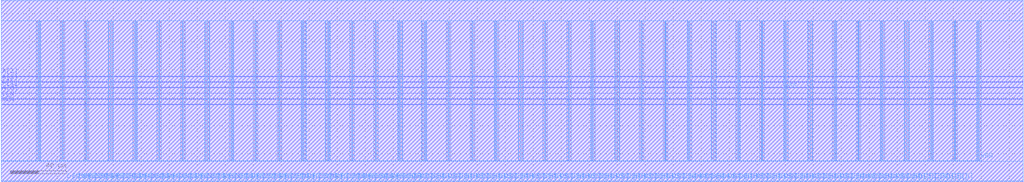
<source format=lef>
##
## LEF for PtnCells ;
## created by Innovus v15.23-s045_1 on Fri Mar 21 14:45:28 2025
##

VERSION 5.8 ;

BUSBITCHARS "[]" ;
DIVIDERCHAR "/" ;

MACRO sram_w16_out
  CLASS BLOCK ;
  SIZE 730.0000 BY 130.0000 ;
  FOREIGN sram_w16_out 0.0000 0.0000 ;
  ORIGIN 0 0 ;
  SYMMETRY X Y R90 ;
  PIN clk
    DIRECTION INPUT ;
    USE SIGNAL ;
  END clk
  PIN D[159]
    DIRECTION INPUT ;
    USE SIGNAL ;
    PORT
      LAYER M4 ;
        RECT 46.8500 0.0000 46.9500 0.5200 ;
    END
  END D[159]
  PIN D[158]
    DIRECTION INPUT ;
    USE SIGNAL ;
    PORT
      LAYER M4 ;
        RECT 50.8500 0.0000 50.9500 0.5200 ;
    END
  END D[158]
  PIN D[157]
    DIRECTION INPUT ;
    USE SIGNAL ;
    PORT
      LAYER M4 ;
        RECT 54.8500 0.0000 54.9500 0.5200 ;
    END
  END D[157]
  PIN D[156]
    DIRECTION INPUT ;
    USE SIGNAL ;
    PORT
      LAYER M4 ;
        RECT 58.8500 0.0000 58.9500 0.5200 ;
    END
  END D[156]
  PIN D[155]
    DIRECTION INPUT ;
    USE SIGNAL ;
    PORT
      LAYER M4 ;
        RECT 62.8500 0.0000 62.9500 0.5200 ;
    END
  END D[155]
  PIN D[154]
    DIRECTION INPUT ;
    USE SIGNAL ;
    PORT
      LAYER M4 ;
        RECT 66.8500 0.0000 66.9500 0.5200 ;
    END
  END D[154]
  PIN D[153]
    DIRECTION INPUT ;
    USE SIGNAL ;
    PORT
      LAYER M4 ;
        RECT 70.8500 0.0000 70.9500 0.5200 ;
    END
  END D[153]
  PIN D[152]
    DIRECTION INPUT ;
    USE SIGNAL ;
    PORT
      LAYER M4 ;
        RECT 74.8500 0.0000 74.9500 0.5200 ;
    END
  END D[152]
  PIN D[151]
    DIRECTION INPUT ;
    USE SIGNAL ;
    PORT
      LAYER M4 ;
        RECT 78.8500 0.0000 78.9500 0.5200 ;
    END
  END D[151]
  PIN D[150]
    DIRECTION INPUT ;
    USE SIGNAL ;
    PORT
      LAYER M4 ;
        RECT 82.8500 0.0000 82.9500 0.5200 ;
    END
  END D[150]
  PIN D[149]
    DIRECTION INPUT ;
    USE SIGNAL ;
    PORT
      LAYER M4 ;
        RECT 86.8500 0.0000 86.9500 0.5200 ;
    END
  END D[149]
  PIN D[148]
    DIRECTION INPUT ;
    USE SIGNAL ;
    PORT
      LAYER M4 ;
        RECT 90.8500 0.0000 90.9500 0.5200 ;
    END
  END D[148]
  PIN D[147]
    DIRECTION INPUT ;
    USE SIGNAL ;
    PORT
      LAYER M4 ;
        RECT 94.8500 0.0000 94.9500 0.5200 ;
    END
  END D[147]
  PIN D[146]
    DIRECTION INPUT ;
    USE SIGNAL ;
    PORT
      LAYER M4 ;
        RECT 98.8500 0.0000 98.9500 0.5200 ;
    END
  END D[146]
  PIN D[145]
    DIRECTION INPUT ;
    USE SIGNAL ;
    PORT
      LAYER M4 ;
        RECT 102.8500 0.0000 102.9500 0.5200 ;
    END
  END D[145]
  PIN D[144]
    DIRECTION INPUT ;
    USE SIGNAL ;
    PORT
      LAYER M4 ;
        RECT 106.8500 0.0000 106.9500 0.5200 ;
    END
  END D[144]
  PIN D[143]
    DIRECTION INPUT ;
    USE SIGNAL ;
    PORT
      LAYER M4 ;
        RECT 110.8500 0.0000 110.9500 0.5200 ;
    END
  END D[143]
  PIN D[142]
    DIRECTION INPUT ;
    USE SIGNAL ;
    PORT
      LAYER M4 ;
        RECT 114.8500 0.0000 114.9500 0.5200 ;
    END
  END D[142]
  PIN D[141]
    DIRECTION INPUT ;
    USE SIGNAL ;
    PORT
      LAYER M4 ;
        RECT 118.8500 0.0000 118.9500 0.5200 ;
    END
  END D[141]
  PIN D[140]
    DIRECTION INPUT ;
    USE SIGNAL ;
    PORT
      LAYER M4 ;
        RECT 122.8500 0.0000 122.9500 0.5200 ;
    END
  END D[140]
  PIN D[139]
    DIRECTION INPUT ;
    USE SIGNAL ;
    PORT
      LAYER M4 ;
        RECT 126.8500 0.0000 126.9500 0.5200 ;
    END
  END D[139]
  PIN D[138]
    DIRECTION INPUT ;
    USE SIGNAL ;
    PORT
      LAYER M4 ;
        RECT 130.8500 0.0000 130.9500 0.5200 ;
    END
  END D[138]
  PIN D[137]
    DIRECTION INPUT ;
    USE SIGNAL ;
    PORT
      LAYER M4 ;
        RECT 134.8500 0.0000 134.9500 0.5200 ;
    END
  END D[137]
  PIN D[136]
    DIRECTION INPUT ;
    USE SIGNAL ;
    PORT
      LAYER M4 ;
        RECT 138.8500 0.0000 138.9500 0.5200 ;
    END
  END D[136]
  PIN D[135]
    DIRECTION INPUT ;
    USE SIGNAL ;
    PORT
      LAYER M4 ;
        RECT 142.8500 0.0000 142.9500 0.5200 ;
    END
  END D[135]
  PIN D[134]
    DIRECTION INPUT ;
    USE SIGNAL ;
    PORT
      LAYER M4 ;
        RECT 146.8500 0.0000 146.9500 0.5200 ;
    END
  END D[134]
  PIN D[133]
    DIRECTION INPUT ;
    USE SIGNAL ;
    PORT
      LAYER M4 ;
        RECT 150.8500 0.0000 150.9500 0.5200 ;
    END
  END D[133]
  PIN D[132]
    DIRECTION INPUT ;
    USE SIGNAL ;
    PORT
      LAYER M4 ;
        RECT 154.8500 0.0000 154.9500 0.5200 ;
    END
  END D[132]
  PIN D[131]
    DIRECTION INPUT ;
    USE SIGNAL ;
    PORT
      LAYER M4 ;
        RECT 158.8500 0.0000 158.9500 0.5200 ;
    END
  END D[131]
  PIN D[130]
    DIRECTION INPUT ;
    USE SIGNAL ;
    PORT
      LAYER M4 ;
        RECT 162.8500 0.0000 162.9500 0.5200 ;
    END
  END D[130]
  PIN D[129]
    DIRECTION INPUT ;
    USE SIGNAL ;
    PORT
      LAYER M4 ;
        RECT 166.8500 0.0000 166.9500 0.5200 ;
    END
  END D[129]
  PIN D[128]
    DIRECTION INPUT ;
    USE SIGNAL ;
    PORT
      LAYER M4 ;
        RECT 170.8500 0.0000 170.9500 0.5200 ;
    END
  END D[128]
  PIN D[127]
    DIRECTION INPUT ;
    USE SIGNAL ;
    PORT
      LAYER M4 ;
        RECT 174.8500 0.0000 174.9500 0.5200 ;
    END
  END D[127]
  PIN D[126]
    DIRECTION INPUT ;
    USE SIGNAL ;
    PORT
      LAYER M4 ;
        RECT 178.8500 0.0000 178.9500 0.5200 ;
    END
  END D[126]
  PIN D[125]
    DIRECTION INPUT ;
    USE SIGNAL ;
    PORT
      LAYER M4 ;
        RECT 182.8500 0.0000 182.9500 0.5200 ;
    END
  END D[125]
  PIN D[124]
    DIRECTION INPUT ;
    USE SIGNAL ;
    PORT
      LAYER M4 ;
        RECT 186.8500 0.0000 186.9500 0.5200 ;
    END
  END D[124]
  PIN D[123]
    DIRECTION INPUT ;
    USE SIGNAL ;
    PORT
      LAYER M4 ;
        RECT 190.8500 0.0000 190.9500 0.5200 ;
    END
  END D[123]
  PIN D[122]
    DIRECTION INPUT ;
    USE SIGNAL ;
    PORT
      LAYER M4 ;
        RECT 194.8500 0.0000 194.9500 0.5200 ;
    END
  END D[122]
  PIN D[121]
    DIRECTION INPUT ;
    USE SIGNAL ;
    PORT
      LAYER M4 ;
        RECT 198.8500 0.0000 198.9500 0.5200 ;
    END
  END D[121]
  PIN D[120]
    DIRECTION INPUT ;
    USE SIGNAL ;
    PORT
      LAYER M4 ;
        RECT 202.8500 0.0000 202.9500 0.5200 ;
    END
  END D[120]
  PIN D[119]
    DIRECTION INPUT ;
    USE SIGNAL ;
    PORT
      LAYER M4 ;
        RECT 206.8500 0.0000 206.9500 0.5200 ;
    END
  END D[119]
  PIN D[118]
    DIRECTION INPUT ;
    USE SIGNAL ;
    PORT
      LAYER M4 ;
        RECT 210.8500 0.0000 210.9500 0.5200 ;
    END
  END D[118]
  PIN D[117]
    DIRECTION INPUT ;
    USE SIGNAL ;
    PORT
      LAYER M4 ;
        RECT 214.8500 0.0000 214.9500 0.5200 ;
    END
  END D[117]
  PIN D[116]
    DIRECTION INPUT ;
    USE SIGNAL ;
    PORT
      LAYER M4 ;
        RECT 218.8500 0.0000 218.9500 0.5200 ;
    END
  END D[116]
  PIN D[115]
    DIRECTION INPUT ;
    USE SIGNAL ;
    PORT
      LAYER M4 ;
        RECT 222.8500 0.0000 222.9500 0.5200 ;
    END
  END D[115]
  PIN D[114]
    DIRECTION INPUT ;
    USE SIGNAL ;
    PORT
      LAYER M4 ;
        RECT 226.8500 0.0000 226.9500 0.5200 ;
    END
  END D[114]
  PIN D[113]
    DIRECTION INPUT ;
    USE SIGNAL ;
    PORT
      LAYER M4 ;
        RECT 230.8500 0.0000 230.9500 0.5200 ;
    END
  END D[113]
  PIN D[112]
    DIRECTION INPUT ;
    USE SIGNAL ;
    PORT
      LAYER M4 ;
        RECT 234.8500 0.0000 234.9500 0.5200 ;
    END
  END D[112]
  PIN D[111]
    DIRECTION INPUT ;
    USE SIGNAL ;
    PORT
      LAYER M4 ;
        RECT 238.8500 0.0000 238.9500 0.5200 ;
    END
  END D[111]
  PIN D[110]
    DIRECTION INPUT ;
    USE SIGNAL ;
    PORT
      LAYER M4 ;
        RECT 242.8500 0.0000 242.9500 0.5200 ;
    END
  END D[110]
  PIN D[109]
    DIRECTION INPUT ;
    USE SIGNAL ;
    PORT
      LAYER M4 ;
        RECT 246.8500 0.0000 246.9500 0.5200 ;
    END
  END D[109]
  PIN D[108]
    DIRECTION INPUT ;
    USE SIGNAL ;
    PORT
      LAYER M4 ;
        RECT 250.8500 0.0000 250.9500 0.5200 ;
    END
  END D[108]
  PIN D[107]
    DIRECTION INPUT ;
    USE SIGNAL ;
    PORT
      LAYER M4 ;
        RECT 254.8500 0.0000 254.9500 0.5200 ;
    END
  END D[107]
  PIN D[106]
    DIRECTION INPUT ;
    USE SIGNAL ;
    PORT
      LAYER M4 ;
        RECT 258.8500 0.0000 258.9500 0.5200 ;
    END
  END D[106]
  PIN D[105]
    DIRECTION INPUT ;
    USE SIGNAL ;
    PORT
      LAYER M4 ;
        RECT 262.8500 0.0000 262.9500 0.5200 ;
    END
  END D[105]
  PIN D[104]
    DIRECTION INPUT ;
    USE SIGNAL ;
    PORT
      LAYER M4 ;
        RECT 266.8500 0.0000 266.9500 0.5200 ;
    END
  END D[104]
  PIN D[103]
    DIRECTION INPUT ;
    USE SIGNAL ;
    PORT
      LAYER M4 ;
        RECT 270.8500 0.0000 270.9500 0.5200 ;
    END
  END D[103]
  PIN D[102]
    DIRECTION INPUT ;
    USE SIGNAL ;
    PORT
      LAYER M4 ;
        RECT 274.8500 0.0000 274.9500 0.5200 ;
    END
  END D[102]
  PIN D[101]
    DIRECTION INPUT ;
    USE SIGNAL ;
    PORT
      LAYER M4 ;
        RECT 278.8500 0.0000 278.9500 0.5200 ;
    END
  END D[101]
  PIN D[100]
    DIRECTION INPUT ;
    USE SIGNAL ;
    PORT
      LAYER M4 ;
        RECT 282.8500 0.0000 282.9500 0.5200 ;
    END
  END D[100]
  PIN D[99]
    DIRECTION INPUT ;
    USE SIGNAL ;
    PORT
      LAYER M4 ;
        RECT 286.8500 0.0000 286.9500 0.5200 ;
    END
  END D[99]
  PIN D[98]
    DIRECTION INPUT ;
    USE SIGNAL ;
    PORT
      LAYER M4 ;
        RECT 290.8500 0.0000 290.9500 0.5200 ;
    END
  END D[98]
  PIN D[97]
    DIRECTION INPUT ;
    USE SIGNAL ;
    PORT
      LAYER M4 ;
        RECT 294.8500 0.0000 294.9500 0.5200 ;
    END
  END D[97]
  PIN D[96]
    DIRECTION INPUT ;
    USE SIGNAL ;
    PORT
      LAYER M4 ;
        RECT 298.8500 0.0000 298.9500 0.5200 ;
    END
  END D[96]
  PIN D[95]
    DIRECTION INPUT ;
    USE SIGNAL ;
    PORT
      LAYER M4 ;
        RECT 302.8500 0.0000 302.9500 0.5200 ;
    END
  END D[95]
  PIN D[94]
    DIRECTION INPUT ;
    USE SIGNAL ;
    PORT
      LAYER M4 ;
        RECT 306.8500 0.0000 306.9500 0.5200 ;
    END
  END D[94]
  PIN D[93]
    DIRECTION INPUT ;
    USE SIGNAL ;
    PORT
      LAYER M4 ;
        RECT 310.8500 0.0000 310.9500 0.5200 ;
    END
  END D[93]
  PIN D[92]
    DIRECTION INPUT ;
    USE SIGNAL ;
    PORT
      LAYER M4 ;
        RECT 314.8500 0.0000 314.9500 0.5200 ;
    END
  END D[92]
  PIN D[91]
    DIRECTION INPUT ;
    USE SIGNAL ;
    PORT
      LAYER M4 ;
        RECT 318.8500 0.0000 318.9500 0.5200 ;
    END
  END D[91]
  PIN D[90]
    DIRECTION INPUT ;
    USE SIGNAL ;
    PORT
      LAYER M4 ;
        RECT 322.8500 0.0000 322.9500 0.5200 ;
    END
  END D[90]
  PIN D[89]
    DIRECTION INPUT ;
    USE SIGNAL ;
    PORT
      LAYER M4 ;
        RECT 326.8500 0.0000 326.9500 0.5200 ;
    END
  END D[89]
  PIN D[88]
    DIRECTION INPUT ;
    USE SIGNAL ;
    PORT
      LAYER M4 ;
        RECT 330.8500 0.0000 330.9500 0.5200 ;
    END
  END D[88]
  PIN D[87]
    DIRECTION INPUT ;
    USE SIGNAL ;
    PORT
      LAYER M4 ;
        RECT 334.8500 0.0000 334.9500 0.5200 ;
    END
  END D[87]
  PIN D[86]
    DIRECTION INPUT ;
    USE SIGNAL ;
    PORT
      LAYER M4 ;
        RECT 338.8500 0.0000 338.9500 0.5200 ;
    END
  END D[86]
  PIN D[85]
    DIRECTION INPUT ;
    USE SIGNAL ;
    PORT
      LAYER M4 ;
        RECT 342.8500 0.0000 342.9500 0.5200 ;
    END
  END D[85]
  PIN D[84]
    DIRECTION INPUT ;
    USE SIGNAL ;
    PORT
      LAYER M4 ;
        RECT 346.8500 0.0000 346.9500 0.5200 ;
    END
  END D[84]
  PIN D[83]
    DIRECTION INPUT ;
    USE SIGNAL ;
    PORT
      LAYER M4 ;
        RECT 350.8500 0.0000 350.9500 0.5200 ;
    END
  END D[83]
  PIN D[82]
    DIRECTION INPUT ;
    USE SIGNAL ;
    PORT
      LAYER M4 ;
        RECT 354.8500 0.0000 354.9500 0.5200 ;
    END
  END D[82]
  PIN D[81]
    DIRECTION INPUT ;
    USE SIGNAL ;
    PORT
      LAYER M4 ;
        RECT 358.8500 0.0000 358.9500 0.5200 ;
    END
  END D[81]
  PIN D[80]
    DIRECTION INPUT ;
    USE SIGNAL ;
    PORT
      LAYER M4 ;
        RECT 362.8500 0.0000 362.9500 0.5200 ;
    END
  END D[80]
  PIN D[79]
    DIRECTION INPUT ;
    USE SIGNAL ;
    PORT
      LAYER M4 ;
        RECT 366.8500 0.0000 366.9500 0.5200 ;
    END
  END D[79]
  PIN D[78]
    DIRECTION INPUT ;
    USE SIGNAL ;
    PORT
      LAYER M4 ;
        RECT 370.8500 0.0000 370.9500 0.5200 ;
    END
  END D[78]
  PIN D[77]
    DIRECTION INPUT ;
    USE SIGNAL ;
    PORT
      LAYER M4 ;
        RECT 374.8500 0.0000 374.9500 0.5200 ;
    END
  END D[77]
  PIN D[76]
    DIRECTION INPUT ;
    USE SIGNAL ;
    PORT
      LAYER M4 ;
        RECT 378.8500 0.0000 378.9500 0.5200 ;
    END
  END D[76]
  PIN D[75]
    DIRECTION INPUT ;
    USE SIGNAL ;
    PORT
      LAYER M4 ;
        RECT 382.8500 0.0000 382.9500 0.5200 ;
    END
  END D[75]
  PIN D[74]
    DIRECTION INPUT ;
    USE SIGNAL ;
    PORT
      LAYER M4 ;
        RECT 386.8500 0.0000 386.9500 0.5200 ;
    END
  END D[74]
  PIN D[73]
    DIRECTION INPUT ;
    USE SIGNAL ;
    PORT
      LAYER M4 ;
        RECT 390.8500 0.0000 390.9500 0.5200 ;
    END
  END D[73]
  PIN D[72]
    DIRECTION INPUT ;
    USE SIGNAL ;
    PORT
      LAYER M4 ;
        RECT 394.8500 0.0000 394.9500 0.5200 ;
    END
  END D[72]
  PIN D[71]
    DIRECTION INPUT ;
    USE SIGNAL ;
    PORT
      LAYER M4 ;
        RECT 398.8500 0.0000 398.9500 0.5200 ;
    END
  END D[71]
  PIN D[70]
    DIRECTION INPUT ;
    USE SIGNAL ;
    PORT
      LAYER M4 ;
        RECT 402.8500 0.0000 402.9500 0.5200 ;
    END
  END D[70]
  PIN D[69]
    DIRECTION INPUT ;
    USE SIGNAL ;
    PORT
      LAYER M4 ;
        RECT 406.8500 0.0000 406.9500 0.5200 ;
    END
  END D[69]
  PIN D[68]
    DIRECTION INPUT ;
    USE SIGNAL ;
    PORT
      LAYER M4 ;
        RECT 410.8500 0.0000 410.9500 0.5200 ;
    END
  END D[68]
  PIN D[67]
    DIRECTION INPUT ;
    USE SIGNAL ;
    PORT
      LAYER M4 ;
        RECT 414.8500 0.0000 414.9500 0.5200 ;
    END
  END D[67]
  PIN D[66]
    DIRECTION INPUT ;
    USE SIGNAL ;
    PORT
      LAYER M4 ;
        RECT 418.8500 0.0000 418.9500 0.5200 ;
    END
  END D[66]
  PIN D[65]
    DIRECTION INPUT ;
    USE SIGNAL ;
    PORT
      LAYER M4 ;
        RECT 422.8500 0.0000 422.9500 0.5200 ;
    END
  END D[65]
  PIN D[64]
    DIRECTION INPUT ;
    USE SIGNAL ;
    PORT
      LAYER M4 ;
        RECT 426.8500 0.0000 426.9500 0.5200 ;
    END
  END D[64]
  PIN D[63]
    DIRECTION INPUT ;
    USE SIGNAL ;
    PORT
      LAYER M4 ;
        RECT 430.8500 0.0000 430.9500 0.5200 ;
    END
  END D[63]
  PIN D[62]
    DIRECTION INPUT ;
    USE SIGNAL ;
    PORT
      LAYER M4 ;
        RECT 434.8500 0.0000 434.9500 0.5200 ;
    END
  END D[62]
  PIN D[61]
    DIRECTION INPUT ;
    USE SIGNAL ;
    PORT
      LAYER M4 ;
        RECT 438.8500 0.0000 438.9500 0.5200 ;
    END
  END D[61]
  PIN D[60]
    DIRECTION INPUT ;
    USE SIGNAL ;
    PORT
      LAYER M4 ;
        RECT 442.8500 0.0000 442.9500 0.5200 ;
    END
  END D[60]
  PIN D[59]
    DIRECTION INPUT ;
    USE SIGNAL ;
    PORT
      LAYER M4 ;
        RECT 446.8500 0.0000 446.9500 0.5200 ;
    END
  END D[59]
  PIN D[58]
    DIRECTION INPUT ;
    USE SIGNAL ;
    PORT
      LAYER M4 ;
        RECT 450.8500 0.0000 450.9500 0.5200 ;
    END
  END D[58]
  PIN D[57]
    DIRECTION INPUT ;
    USE SIGNAL ;
    PORT
      LAYER M4 ;
        RECT 454.8500 0.0000 454.9500 0.5200 ;
    END
  END D[57]
  PIN D[56]
    DIRECTION INPUT ;
    USE SIGNAL ;
    PORT
      LAYER M4 ;
        RECT 458.8500 0.0000 458.9500 0.5200 ;
    END
  END D[56]
  PIN D[55]
    DIRECTION INPUT ;
    USE SIGNAL ;
    PORT
      LAYER M4 ;
        RECT 462.8500 0.0000 462.9500 0.5200 ;
    END
  END D[55]
  PIN D[54]
    DIRECTION INPUT ;
    USE SIGNAL ;
    PORT
      LAYER M4 ;
        RECT 466.8500 0.0000 466.9500 0.5200 ;
    END
  END D[54]
  PIN D[53]
    DIRECTION INPUT ;
    USE SIGNAL ;
    PORT
      LAYER M4 ;
        RECT 470.8500 0.0000 470.9500 0.5200 ;
    END
  END D[53]
  PIN D[52]
    DIRECTION INPUT ;
    USE SIGNAL ;
    PORT
      LAYER M4 ;
        RECT 474.8500 0.0000 474.9500 0.5200 ;
    END
  END D[52]
  PIN D[51]
    DIRECTION INPUT ;
    USE SIGNAL ;
    PORT
      LAYER M4 ;
        RECT 478.8500 0.0000 478.9500 0.5200 ;
    END
  END D[51]
  PIN D[50]
    DIRECTION INPUT ;
    USE SIGNAL ;
    PORT
      LAYER M4 ;
        RECT 482.8500 0.0000 482.9500 0.5200 ;
    END
  END D[50]
  PIN D[49]
    DIRECTION INPUT ;
    USE SIGNAL ;
    PORT
      LAYER M4 ;
        RECT 486.8500 0.0000 486.9500 0.5200 ;
    END
  END D[49]
  PIN D[48]
    DIRECTION INPUT ;
    USE SIGNAL ;
    PORT
      LAYER M4 ;
        RECT 490.8500 0.0000 490.9500 0.5200 ;
    END
  END D[48]
  PIN D[47]
    DIRECTION INPUT ;
    USE SIGNAL ;
    PORT
      LAYER M4 ;
        RECT 494.8500 0.0000 494.9500 0.5200 ;
    END
  END D[47]
  PIN D[46]
    DIRECTION INPUT ;
    USE SIGNAL ;
    PORT
      LAYER M4 ;
        RECT 498.8500 0.0000 498.9500 0.5200 ;
    END
  END D[46]
  PIN D[45]
    DIRECTION INPUT ;
    USE SIGNAL ;
    PORT
      LAYER M4 ;
        RECT 502.8500 0.0000 502.9500 0.5200 ;
    END
  END D[45]
  PIN D[44]
    DIRECTION INPUT ;
    USE SIGNAL ;
    PORT
      LAYER M4 ;
        RECT 506.8500 0.0000 506.9500 0.5200 ;
    END
  END D[44]
  PIN D[43]
    DIRECTION INPUT ;
    USE SIGNAL ;
    PORT
      LAYER M4 ;
        RECT 510.8500 0.0000 510.9500 0.5200 ;
    END
  END D[43]
  PIN D[42]
    DIRECTION INPUT ;
    USE SIGNAL ;
    PORT
      LAYER M4 ;
        RECT 514.8500 0.0000 514.9500 0.5200 ;
    END
  END D[42]
  PIN D[41]
    DIRECTION INPUT ;
    USE SIGNAL ;
    PORT
      LAYER M4 ;
        RECT 518.8500 0.0000 518.9500 0.5200 ;
    END
  END D[41]
  PIN D[40]
    DIRECTION INPUT ;
    USE SIGNAL ;
    PORT
      LAYER M4 ;
        RECT 522.8500 0.0000 522.9500 0.5200 ;
    END
  END D[40]
  PIN D[39]
    DIRECTION INPUT ;
    USE SIGNAL ;
    PORT
      LAYER M4 ;
        RECT 526.8500 0.0000 526.9500 0.5200 ;
    END
  END D[39]
  PIN D[38]
    DIRECTION INPUT ;
    USE SIGNAL ;
    PORT
      LAYER M4 ;
        RECT 530.8500 0.0000 530.9500 0.5200 ;
    END
  END D[38]
  PIN D[37]
    DIRECTION INPUT ;
    USE SIGNAL ;
    PORT
      LAYER M4 ;
        RECT 534.8500 0.0000 534.9500 0.5200 ;
    END
  END D[37]
  PIN D[36]
    DIRECTION INPUT ;
    USE SIGNAL ;
    PORT
      LAYER M4 ;
        RECT 538.8500 0.0000 538.9500 0.5200 ;
    END
  END D[36]
  PIN D[35]
    DIRECTION INPUT ;
    USE SIGNAL ;
    PORT
      LAYER M4 ;
        RECT 542.8500 0.0000 542.9500 0.5200 ;
    END
  END D[35]
  PIN D[34]
    DIRECTION INPUT ;
    USE SIGNAL ;
    PORT
      LAYER M4 ;
        RECT 546.8500 0.0000 546.9500 0.5200 ;
    END
  END D[34]
  PIN D[33]
    DIRECTION INPUT ;
    USE SIGNAL ;
    PORT
      LAYER M4 ;
        RECT 550.8500 0.0000 550.9500 0.5200 ;
    END
  END D[33]
  PIN D[32]
    DIRECTION INPUT ;
    USE SIGNAL ;
    PORT
      LAYER M4 ;
        RECT 554.8500 0.0000 554.9500 0.5200 ;
    END
  END D[32]
  PIN D[31]
    DIRECTION INPUT ;
    USE SIGNAL ;
    PORT
      LAYER M4 ;
        RECT 558.8500 0.0000 558.9500 0.5200 ;
    END
  END D[31]
  PIN D[30]
    DIRECTION INPUT ;
    USE SIGNAL ;
    PORT
      LAYER M4 ;
        RECT 562.8500 0.0000 562.9500 0.5200 ;
    END
  END D[30]
  PIN D[29]
    DIRECTION INPUT ;
    USE SIGNAL ;
    PORT
      LAYER M4 ;
        RECT 566.8500 0.0000 566.9500 0.5200 ;
    END
  END D[29]
  PIN D[28]
    DIRECTION INPUT ;
    USE SIGNAL ;
    PORT
      LAYER M4 ;
        RECT 570.8500 0.0000 570.9500 0.5200 ;
    END
  END D[28]
  PIN D[27]
    DIRECTION INPUT ;
    USE SIGNAL ;
    PORT
      LAYER M4 ;
        RECT 574.8500 0.0000 574.9500 0.5200 ;
    END
  END D[27]
  PIN D[26]
    DIRECTION INPUT ;
    USE SIGNAL ;
    PORT
      LAYER M4 ;
        RECT 578.8500 0.0000 578.9500 0.5200 ;
    END
  END D[26]
  PIN D[25]
    DIRECTION INPUT ;
    USE SIGNAL ;
    PORT
      LAYER M4 ;
        RECT 582.8500 0.0000 582.9500 0.5200 ;
    END
  END D[25]
  PIN D[24]
    DIRECTION INPUT ;
    USE SIGNAL ;
    PORT
      LAYER M4 ;
        RECT 586.8500 0.0000 586.9500 0.5200 ;
    END
  END D[24]
  PIN D[23]
    DIRECTION INPUT ;
    USE SIGNAL ;
    PORT
      LAYER M4 ;
        RECT 590.8500 0.0000 590.9500 0.5200 ;
    END
  END D[23]
  PIN D[22]
    DIRECTION INPUT ;
    USE SIGNAL ;
    PORT
      LAYER M4 ;
        RECT 594.8500 0.0000 594.9500 0.5200 ;
    END
  END D[22]
  PIN D[21]
    DIRECTION INPUT ;
    USE SIGNAL ;
    PORT
      LAYER M4 ;
        RECT 598.8500 0.0000 598.9500 0.5200 ;
    END
  END D[21]
  PIN D[20]
    DIRECTION INPUT ;
    USE SIGNAL ;
    PORT
      LAYER M4 ;
        RECT 602.8500 0.0000 602.9500 0.5200 ;
    END
  END D[20]
  PIN D[19]
    DIRECTION INPUT ;
    USE SIGNAL ;
    PORT
      LAYER M4 ;
        RECT 606.8500 0.0000 606.9500 0.5200 ;
    END
  END D[19]
  PIN D[18]
    DIRECTION INPUT ;
    USE SIGNAL ;
    PORT
      LAYER M4 ;
        RECT 610.8500 0.0000 610.9500 0.5200 ;
    END
  END D[18]
  PIN D[17]
    DIRECTION INPUT ;
    USE SIGNAL ;
    PORT
      LAYER M4 ;
        RECT 614.8500 0.0000 614.9500 0.5200 ;
    END
  END D[17]
  PIN D[16]
    DIRECTION INPUT ;
    USE SIGNAL ;
    PORT
      LAYER M4 ;
        RECT 618.8500 0.0000 618.9500 0.5200 ;
    END
  END D[16]
  PIN D[15]
    DIRECTION INPUT ;
    USE SIGNAL ;
    PORT
      LAYER M4 ;
        RECT 622.8500 0.0000 622.9500 0.5200 ;
    END
  END D[15]
  PIN D[14]
    DIRECTION INPUT ;
    USE SIGNAL ;
    PORT
      LAYER M4 ;
        RECT 626.8500 0.0000 626.9500 0.5200 ;
    END
  END D[14]
  PIN D[13]
    DIRECTION INPUT ;
    USE SIGNAL ;
    PORT
      LAYER M4 ;
        RECT 630.8500 0.0000 630.9500 0.5200 ;
    END
  END D[13]
  PIN D[12]
    DIRECTION INPUT ;
    USE SIGNAL ;
    PORT
      LAYER M4 ;
        RECT 634.8500 0.0000 634.9500 0.5200 ;
    END
  END D[12]
  PIN D[11]
    DIRECTION INPUT ;
    USE SIGNAL ;
    PORT
      LAYER M4 ;
        RECT 638.8500 0.0000 638.9500 0.5200 ;
    END
  END D[11]
  PIN D[10]
    DIRECTION INPUT ;
    USE SIGNAL ;
    PORT
      LAYER M4 ;
        RECT 642.8500 0.0000 642.9500 0.5200 ;
    END
  END D[10]
  PIN D[9]
    DIRECTION INPUT ;
    USE SIGNAL ;
    PORT
      LAYER M4 ;
        RECT 646.8500 0.0000 646.9500 0.5200 ;
    END
  END D[9]
  PIN D[8]
    DIRECTION INPUT ;
    USE SIGNAL ;
    PORT
      LAYER M4 ;
        RECT 650.8500 0.0000 650.9500 0.5200 ;
    END
  END D[8]
  PIN D[7]
    DIRECTION INPUT ;
    USE SIGNAL ;
    PORT
      LAYER M4 ;
        RECT 654.8500 0.0000 654.9500 0.5200 ;
    END
  END D[7]
  PIN D[6]
    DIRECTION INPUT ;
    USE SIGNAL ;
    PORT
      LAYER M4 ;
        RECT 658.8500 0.0000 658.9500 0.5200 ;
    END
  END D[6]
  PIN D[5]
    DIRECTION INPUT ;
    USE SIGNAL ;
    PORT
      LAYER M4 ;
        RECT 662.8500 0.0000 662.9500 0.5200 ;
    END
  END D[5]
  PIN D[4]
    DIRECTION INPUT ;
    USE SIGNAL ;
    PORT
      LAYER M4 ;
        RECT 666.8500 0.0000 666.9500 0.5200 ;
    END
  END D[4]
  PIN D[3]
    DIRECTION INPUT ;
    USE SIGNAL ;
    PORT
      LAYER M4 ;
        RECT 670.8500 0.0000 670.9500 0.5200 ;
    END
  END D[3]
  PIN D[2]
    DIRECTION INPUT ;
    USE SIGNAL ;
    PORT
      LAYER M4 ;
        RECT 674.8500 0.0000 674.9500 0.5200 ;
    END
  END D[2]
  PIN D[1]
    DIRECTION INPUT ;
    USE SIGNAL ;
    PORT
      LAYER M4 ;
        RECT 678.8500 0.0000 678.9500 0.5200 ;
    END
  END D[1]
  PIN D[0]
    DIRECTION INPUT ;
    USE SIGNAL ;
    PORT
      LAYER M4 ;
        RECT 682.8500 0.0000 682.9500 0.5200 ;
    END
  END D[0]
  PIN Q[159]
    DIRECTION OUTPUT ;
    USE SIGNAL ;
    PORT
      LAYER M4 ;
        RECT 46.8500 129.4800 46.9500 130.0000 ;
    END
  END Q[159]
  PIN Q[158]
    DIRECTION OUTPUT ;
    USE SIGNAL ;
    PORT
      LAYER M4 ;
        RECT 50.8500 129.4800 50.9500 130.0000 ;
    END
  END Q[158]
  PIN Q[157]
    DIRECTION OUTPUT ;
    USE SIGNAL ;
    PORT
      LAYER M4 ;
        RECT 54.8500 129.4800 54.9500 130.0000 ;
    END
  END Q[157]
  PIN Q[156]
    DIRECTION OUTPUT ;
    USE SIGNAL ;
    PORT
      LAYER M4 ;
        RECT 58.8500 129.4800 58.9500 130.0000 ;
    END
  END Q[156]
  PIN Q[155]
    DIRECTION OUTPUT ;
    USE SIGNAL ;
    PORT
      LAYER M4 ;
        RECT 62.8500 129.4800 62.9500 130.0000 ;
    END
  END Q[155]
  PIN Q[154]
    DIRECTION OUTPUT ;
    USE SIGNAL ;
    PORT
      LAYER M4 ;
        RECT 66.8500 129.4800 66.9500 130.0000 ;
    END
  END Q[154]
  PIN Q[153]
    DIRECTION OUTPUT ;
    USE SIGNAL ;
    PORT
      LAYER M4 ;
        RECT 70.8500 129.4800 70.9500 130.0000 ;
    END
  END Q[153]
  PIN Q[152]
    DIRECTION OUTPUT ;
    USE SIGNAL ;
    PORT
      LAYER M4 ;
        RECT 74.8500 129.4800 74.9500 130.0000 ;
    END
  END Q[152]
  PIN Q[151]
    DIRECTION OUTPUT ;
    USE SIGNAL ;
    PORT
      LAYER M4 ;
        RECT 78.8500 129.4800 78.9500 130.0000 ;
    END
  END Q[151]
  PIN Q[150]
    DIRECTION OUTPUT ;
    USE SIGNAL ;
    PORT
      LAYER M4 ;
        RECT 82.8500 129.4800 82.9500 130.0000 ;
    END
  END Q[150]
  PIN Q[149]
    DIRECTION OUTPUT ;
    USE SIGNAL ;
    PORT
      LAYER M4 ;
        RECT 86.8500 129.4800 86.9500 130.0000 ;
    END
  END Q[149]
  PIN Q[148]
    DIRECTION OUTPUT ;
    USE SIGNAL ;
    PORT
      LAYER M4 ;
        RECT 90.8500 129.4800 90.9500 130.0000 ;
    END
  END Q[148]
  PIN Q[147]
    DIRECTION OUTPUT ;
    USE SIGNAL ;
    PORT
      LAYER M4 ;
        RECT 94.8500 129.4800 94.9500 130.0000 ;
    END
  END Q[147]
  PIN Q[146]
    DIRECTION OUTPUT ;
    USE SIGNAL ;
    PORT
      LAYER M4 ;
        RECT 98.8500 129.4800 98.9500 130.0000 ;
    END
  END Q[146]
  PIN Q[145]
    DIRECTION OUTPUT ;
    USE SIGNAL ;
    PORT
      LAYER M4 ;
        RECT 102.8500 129.4800 102.9500 130.0000 ;
    END
  END Q[145]
  PIN Q[144]
    DIRECTION OUTPUT ;
    USE SIGNAL ;
    PORT
      LAYER M4 ;
        RECT 106.8500 129.4800 106.9500 130.0000 ;
    END
  END Q[144]
  PIN Q[143]
    DIRECTION OUTPUT ;
    USE SIGNAL ;
    PORT
      LAYER M4 ;
        RECT 110.8500 129.4800 110.9500 130.0000 ;
    END
  END Q[143]
  PIN Q[142]
    DIRECTION OUTPUT ;
    USE SIGNAL ;
    PORT
      LAYER M4 ;
        RECT 114.8500 129.4800 114.9500 130.0000 ;
    END
  END Q[142]
  PIN Q[141]
    DIRECTION OUTPUT ;
    USE SIGNAL ;
    PORT
      LAYER M4 ;
        RECT 118.8500 129.4800 118.9500 130.0000 ;
    END
  END Q[141]
  PIN Q[140]
    DIRECTION OUTPUT ;
    USE SIGNAL ;
    PORT
      LAYER M4 ;
        RECT 122.8500 129.4800 122.9500 130.0000 ;
    END
  END Q[140]
  PIN Q[139]
    DIRECTION OUTPUT ;
    USE SIGNAL ;
    PORT
      LAYER M4 ;
        RECT 126.8500 129.4800 126.9500 130.0000 ;
    END
  END Q[139]
  PIN Q[138]
    DIRECTION OUTPUT ;
    USE SIGNAL ;
    PORT
      LAYER M4 ;
        RECT 130.8500 129.4800 130.9500 130.0000 ;
    END
  END Q[138]
  PIN Q[137]
    DIRECTION OUTPUT ;
    USE SIGNAL ;
    PORT
      LAYER M4 ;
        RECT 134.8500 129.4800 134.9500 130.0000 ;
    END
  END Q[137]
  PIN Q[136]
    DIRECTION OUTPUT ;
    USE SIGNAL ;
    PORT
      LAYER M4 ;
        RECT 138.8500 129.4800 138.9500 130.0000 ;
    END
  END Q[136]
  PIN Q[135]
    DIRECTION OUTPUT ;
    USE SIGNAL ;
    PORT
      LAYER M4 ;
        RECT 142.8500 129.4800 142.9500 130.0000 ;
    END
  END Q[135]
  PIN Q[134]
    DIRECTION OUTPUT ;
    USE SIGNAL ;
    PORT
      LAYER M4 ;
        RECT 146.8500 129.4800 146.9500 130.0000 ;
    END
  END Q[134]
  PIN Q[133]
    DIRECTION OUTPUT ;
    USE SIGNAL ;
    PORT
      LAYER M4 ;
        RECT 150.8500 129.4800 150.9500 130.0000 ;
    END
  END Q[133]
  PIN Q[132]
    DIRECTION OUTPUT ;
    USE SIGNAL ;
    PORT
      LAYER M4 ;
        RECT 154.8500 129.4800 154.9500 130.0000 ;
    END
  END Q[132]
  PIN Q[131]
    DIRECTION OUTPUT ;
    USE SIGNAL ;
    PORT
      LAYER M4 ;
        RECT 158.8500 129.4800 158.9500 130.0000 ;
    END
  END Q[131]
  PIN Q[130]
    DIRECTION OUTPUT ;
    USE SIGNAL ;
    PORT
      LAYER M4 ;
        RECT 162.8500 129.4800 162.9500 130.0000 ;
    END
  END Q[130]
  PIN Q[129]
    DIRECTION OUTPUT ;
    USE SIGNAL ;
    PORT
      LAYER M4 ;
        RECT 166.8500 129.4800 166.9500 130.0000 ;
    END
  END Q[129]
  PIN Q[128]
    DIRECTION OUTPUT ;
    USE SIGNAL ;
    PORT
      LAYER M4 ;
        RECT 170.8500 129.4800 170.9500 130.0000 ;
    END
  END Q[128]
  PIN Q[127]
    DIRECTION OUTPUT ;
    USE SIGNAL ;
    PORT
      LAYER M4 ;
        RECT 174.8500 129.4800 174.9500 130.0000 ;
    END
  END Q[127]
  PIN Q[126]
    DIRECTION OUTPUT ;
    USE SIGNAL ;
    PORT
      LAYER M4 ;
        RECT 178.8500 129.4800 178.9500 130.0000 ;
    END
  END Q[126]
  PIN Q[125]
    DIRECTION OUTPUT ;
    USE SIGNAL ;
    PORT
      LAYER M4 ;
        RECT 182.8500 129.4800 182.9500 130.0000 ;
    END
  END Q[125]
  PIN Q[124]
    DIRECTION OUTPUT ;
    USE SIGNAL ;
    PORT
      LAYER M4 ;
        RECT 186.8500 129.4800 186.9500 130.0000 ;
    END
  END Q[124]
  PIN Q[123]
    DIRECTION OUTPUT ;
    USE SIGNAL ;
    PORT
      LAYER M4 ;
        RECT 190.8500 129.4800 190.9500 130.0000 ;
    END
  END Q[123]
  PIN Q[122]
    DIRECTION OUTPUT ;
    USE SIGNAL ;
    PORT
      LAYER M4 ;
        RECT 194.8500 129.4800 194.9500 130.0000 ;
    END
  END Q[122]
  PIN Q[121]
    DIRECTION OUTPUT ;
    USE SIGNAL ;
    PORT
      LAYER M4 ;
        RECT 198.8500 129.4800 198.9500 130.0000 ;
    END
  END Q[121]
  PIN Q[120]
    DIRECTION OUTPUT ;
    USE SIGNAL ;
    PORT
      LAYER M4 ;
        RECT 202.8500 129.4800 202.9500 130.0000 ;
    END
  END Q[120]
  PIN Q[119]
    DIRECTION OUTPUT ;
    USE SIGNAL ;
    PORT
      LAYER M4 ;
        RECT 206.8500 129.4800 206.9500 130.0000 ;
    END
  END Q[119]
  PIN Q[118]
    DIRECTION OUTPUT ;
    USE SIGNAL ;
    PORT
      LAYER M4 ;
        RECT 210.8500 129.4800 210.9500 130.0000 ;
    END
  END Q[118]
  PIN Q[117]
    DIRECTION OUTPUT ;
    USE SIGNAL ;
    PORT
      LAYER M4 ;
        RECT 214.8500 129.4800 214.9500 130.0000 ;
    END
  END Q[117]
  PIN Q[116]
    DIRECTION OUTPUT ;
    USE SIGNAL ;
    PORT
      LAYER M4 ;
        RECT 218.8500 129.4800 218.9500 130.0000 ;
    END
  END Q[116]
  PIN Q[115]
    DIRECTION OUTPUT ;
    USE SIGNAL ;
    PORT
      LAYER M4 ;
        RECT 222.8500 129.4800 222.9500 130.0000 ;
    END
  END Q[115]
  PIN Q[114]
    DIRECTION OUTPUT ;
    USE SIGNAL ;
    PORT
      LAYER M4 ;
        RECT 226.8500 129.4800 226.9500 130.0000 ;
    END
  END Q[114]
  PIN Q[113]
    DIRECTION OUTPUT ;
    USE SIGNAL ;
    PORT
      LAYER M4 ;
        RECT 230.8500 129.4800 230.9500 130.0000 ;
    END
  END Q[113]
  PIN Q[112]
    DIRECTION OUTPUT ;
    USE SIGNAL ;
    PORT
      LAYER M4 ;
        RECT 234.8500 129.4800 234.9500 130.0000 ;
    END
  END Q[112]
  PIN Q[111]
    DIRECTION OUTPUT ;
    USE SIGNAL ;
    PORT
      LAYER M4 ;
        RECT 238.8500 129.4800 238.9500 130.0000 ;
    END
  END Q[111]
  PIN Q[110]
    DIRECTION OUTPUT ;
    USE SIGNAL ;
    PORT
      LAYER M4 ;
        RECT 242.8500 129.4800 242.9500 130.0000 ;
    END
  END Q[110]
  PIN Q[109]
    DIRECTION OUTPUT ;
    USE SIGNAL ;
    PORT
      LAYER M4 ;
        RECT 246.8500 129.4800 246.9500 130.0000 ;
    END
  END Q[109]
  PIN Q[108]
    DIRECTION OUTPUT ;
    USE SIGNAL ;
    PORT
      LAYER M4 ;
        RECT 250.8500 129.4800 250.9500 130.0000 ;
    END
  END Q[108]
  PIN Q[107]
    DIRECTION OUTPUT ;
    USE SIGNAL ;
    PORT
      LAYER M4 ;
        RECT 254.8500 129.4800 254.9500 130.0000 ;
    END
  END Q[107]
  PIN Q[106]
    DIRECTION OUTPUT ;
    USE SIGNAL ;
    PORT
      LAYER M4 ;
        RECT 258.8500 129.4800 258.9500 130.0000 ;
    END
  END Q[106]
  PIN Q[105]
    DIRECTION OUTPUT ;
    USE SIGNAL ;
    PORT
      LAYER M4 ;
        RECT 262.8500 129.4800 262.9500 130.0000 ;
    END
  END Q[105]
  PIN Q[104]
    DIRECTION OUTPUT ;
    USE SIGNAL ;
    PORT
      LAYER M4 ;
        RECT 266.8500 129.4800 266.9500 130.0000 ;
    END
  END Q[104]
  PIN Q[103]
    DIRECTION OUTPUT ;
    USE SIGNAL ;
    PORT
      LAYER M4 ;
        RECT 270.8500 129.4800 270.9500 130.0000 ;
    END
  END Q[103]
  PIN Q[102]
    DIRECTION OUTPUT ;
    USE SIGNAL ;
    PORT
      LAYER M4 ;
        RECT 274.8500 129.4800 274.9500 130.0000 ;
    END
  END Q[102]
  PIN Q[101]
    DIRECTION OUTPUT ;
    USE SIGNAL ;
    PORT
      LAYER M4 ;
        RECT 278.8500 129.4800 278.9500 130.0000 ;
    END
  END Q[101]
  PIN Q[100]
    DIRECTION OUTPUT ;
    USE SIGNAL ;
    PORT
      LAYER M4 ;
        RECT 282.8500 129.4800 282.9500 130.0000 ;
    END
  END Q[100]
  PIN Q[99]
    DIRECTION OUTPUT ;
    USE SIGNAL ;
    PORT
      LAYER M4 ;
        RECT 286.8500 129.4800 286.9500 130.0000 ;
    END
  END Q[99]
  PIN Q[98]
    DIRECTION OUTPUT ;
    USE SIGNAL ;
    PORT
      LAYER M4 ;
        RECT 290.8500 129.4800 290.9500 130.0000 ;
    END
  END Q[98]
  PIN Q[97]
    DIRECTION OUTPUT ;
    USE SIGNAL ;
    PORT
      LAYER M4 ;
        RECT 294.8500 129.4800 294.9500 130.0000 ;
    END
  END Q[97]
  PIN Q[96]
    DIRECTION OUTPUT ;
    USE SIGNAL ;
    PORT
      LAYER M4 ;
        RECT 298.8500 129.4800 298.9500 130.0000 ;
    END
  END Q[96]
  PIN Q[95]
    DIRECTION OUTPUT ;
    USE SIGNAL ;
    PORT
      LAYER M4 ;
        RECT 302.8500 129.4800 302.9500 130.0000 ;
    END
  END Q[95]
  PIN Q[94]
    DIRECTION OUTPUT ;
    USE SIGNAL ;
    PORT
      LAYER M4 ;
        RECT 306.8500 129.4800 306.9500 130.0000 ;
    END
  END Q[94]
  PIN Q[93]
    DIRECTION OUTPUT ;
    USE SIGNAL ;
    PORT
      LAYER M4 ;
        RECT 310.8500 129.4800 310.9500 130.0000 ;
    END
  END Q[93]
  PIN Q[92]
    DIRECTION OUTPUT ;
    USE SIGNAL ;
    PORT
      LAYER M4 ;
        RECT 314.8500 129.4800 314.9500 130.0000 ;
    END
  END Q[92]
  PIN Q[91]
    DIRECTION OUTPUT ;
    USE SIGNAL ;
    PORT
      LAYER M4 ;
        RECT 318.8500 129.4800 318.9500 130.0000 ;
    END
  END Q[91]
  PIN Q[90]
    DIRECTION OUTPUT ;
    USE SIGNAL ;
    PORT
      LAYER M4 ;
        RECT 322.8500 129.4800 322.9500 130.0000 ;
    END
  END Q[90]
  PIN Q[89]
    DIRECTION OUTPUT ;
    USE SIGNAL ;
    PORT
      LAYER M4 ;
        RECT 326.8500 129.4800 326.9500 130.0000 ;
    END
  END Q[89]
  PIN Q[88]
    DIRECTION OUTPUT ;
    USE SIGNAL ;
    PORT
      LAYER M4 ;
        RECT 330.8500 129.4800 330.9500 130.0000 ;
    END
  END Q[88]
  PIN Q[87]
    DIRECTION OUTPUT ;
    USE SIGNAL ;
    PORT
      LAYER M4 ;
        RECT 334.8500 129.4800 334.9500 130.0000 ;
    END
  END Q[87]
  PIN Q[86]
    DIRECTION OUTPUT ;
    USE SIGNAL ;
    PORT
      LAYER M4 ;
        RECT 338.8500 129.4800 338.9500 130.0000 ;
    END
  END Q[86]
  PIN Q[85]
    DIRECTION OUTPUT ;
    USE SIGNAL ;
    PORT
      LAYER M4 ;
        RECT 342.8500 129.4800 342.9500 130.0000 ;
    END
  END Q[85]
  PIN Q[84]
    DIRECTION OUTPUT ;
    USE SIGNAL ;
    PORT
      LAYER M4 ;
        RECT 346.8500 129.4800 346.9500 130.0000 ;
    END
  END Q[84]
  PIN Q[83]
    DIRECTION OUTPUT ;
    USE SIGNAL ;
    PORT
      LAYER M4 ;
        RECT 350.8500 129.4800 350.9500 130.0000 ;
    END
  END Q[83]
  PIN Q[82]
    DIRECTION OUTPUT ;
    USE SIGNAL ;
    PORT
      LAYER M4 ;
        RECT 354.8500 129.4800 354.9500 130.0000 ;
    END
  END Q[82]
  PIN Q[81]
    DIRECTION OUTPUT ;
    USE SIGNAL ;
    PORT
      LAYER M4 ;
        RECT 358.8500 129.4800 358.9500 130.0000 ;
    END
  END Q[81]
  PIN Q[80]
    DIRECTION OUTPUT ;
    USE SIGNAL ;
    PORT
      LAYER M4 ;
        RECT 362.8500 129.4800 362.9500 130.0000 ;
    END
  END Q[80]
  PIN Q[79]
    DIRECTION OUTPUT ;
    USE SIGNAL ;
    PORT
      LAYER M4 ;
        RECT 366.8500 129.4800 366.9500 130.0000 ;
    END
  END Q[79]
  PIN Q[78]
    DIRECTION OUTPUT ;
    USE SIGNAL ;
    PORT
      LAYER M4 ;
        RECT 370.8500 129.4800 370.9500 130.0000 ;
    END
  END Q[78]
  PIN Q[77]
    DIRECTION OUTPUT ;
    USE SIGNAL ;
    PORT
      LAYER M4 ;
        RECT 374.8500 129.4800 374.9500 130.0000 ;
    END
  END Q[77]
  PIN Q[76]
    DIRECTION OUTPUT ;
    USE SIGNAL ;
    PORT
      LAYER M4 ;
        RECT 378.8500 129.4800 378.9500 130.0000 ;
    END
  END Q[76]
  PIN Q[75]
    DIRECTION OUTPUT ;
    USE SIGNAL ;
    PORT
      LAYER M4 ;
        RECT 382.8500 129.4800 382.9500 130.0000 ;
    END
  END Q[75]
  PIN Q[74]
    DIRECTION OUTPUT ;
    USE SIGNAL ;
    PORT
      LAYER M4 ;
        RECT 386.8500 129.4800 386.9500 130.0000 ;
    END
  END Q[74]
  PIN Q[73]
    DIRECTION OUTPUT ;
    USE SIGNAL ;
    PORT
      LAYER M4 ;
        RECT 390.8500 129.4800 390.9500 130.0000 ;
    END
  END Q[73]
  PIN Q[72]
    DIRECTION OUTPUT ;
    USE SIGNAL ;
    PORT
      LAYER M4 ;
        RECT 394.8500 129.4800 394.9500 130.0000 ;
    END
  END Q[72]
  PIN Q[71]
    DIRECTION OUTPUT ;
    USE SIGNAL ;
    PORT
      LAYER M4 ;
        RECT 398.8500 129.4800 398.9500 130.0000 ;
    END
  END Q[71]
  PIN Q[70]
    DIRECTION OUTPUT ;
    USE SIGNAL ;
    PORT
      LAYER M4 ;
        RECT 402.8500 129.4800 402.9500 130.0000 ;
    END
  END Q[70]
  PIN Q[69]
    DIRECTION OUTPUT ;
    USE SIGNAL ;
    PORT
      LAYER M4 ;
        RECT 406.8500 129.4800 406.9500 130.0000 ;
    END
  END Q[69]
  PIN Q[68]
    DIRECTION OUTPUT ;
    USE SIGNAL ;
    PORT
      LAYER M4 ;
        RECT 410.8500 129.4800 410.9500 130.0000 ;
    END
  END Q[68]
  PIN Q[67]
    DIRECTION OUTPUT ;
    USE SIGNAL ;
    PORT
      LAYER M4 ;
        RECT 414.8500 129.4800 414.9500 130.0000 ;
    END
  END Q[67]
  PIN Q[66]
    DIRECTION OUTPUT ;
    USE SIGNAL ;
    PORT
      LAYER M4 ;
        RECT 418.8500 129.4800 418.9500 130.0000 ;
    END
  END Q[66]
  PIN Q[65]
    DIRECTION OUTPUT ;
    USE SIGNAL ;
    PORT
      LAYER M4 ;
        RECT 422.8500 129.4800 422.9500 130.0000 ;
    END
  END Q[65]
  PIN Q[64]
    DIRECTION OUTPUT ;
    USE SIGNAL ;
    PORT
      LAYER M4 ;
        RECT 426.8500 129.4800 426.9500 130.0000 ;
    END
  END Q[64]
  PIN Q[63]
    DIRECTION OUTPUT ;
    USE SIGNAL ;
    PORT
      LAYER M4 ;
        RECT 430.8500 129.4800 430.9500 130.0000 ;
    END
  END Q[63]
  PIN Q[62]
    DIRECTION OUTPUT ;
    USE SIGNAL ;
    PORT
      LAYER M4 ;
        RECT 434.8500 129.4800 434.9500 130.0000 ;
    END
  END Q[62]
  PIN Q[61]
    DIRECTION OUTPUT ;
    USE SIGNAL ;
    PORT
      LAYER M4 ;
        RECT 438.8500 129.4800 438.9500 130.0000 ;
    END
  END Q[61]
  PIN Q[60]
    DIRECTION OUTPUT ;
    USE SIGNAL ;
    PORT
      LAYER M4 ;
        RECT 442.8500 129.4800 442.9500 130.0000 ;
    END
  END Q[60]
  PIN Q[59]
    DIRECTION OUTPUT ;
    USE SIGNAL ;
    PORT
      LAYER M4 ;
        RECT 446.8500 129.4800 446.9500 130.0000 ;
    END
  END Q[59]
  PIN Q[58]
    DIRECTION OUTPUT ;
    USE SIGNAL ;
    PORT
      LAYER M4 ;
        RECT 450.8500 129.4800 450.9500 130.0000 ;
    END
  END Q[58]
  PIN Q[57]
    DIRECTION OUTPUT ;
    USE SIGNAL ;
    PORT
      LAYER M4 ;
        RECT 454.8500 129.4800 454.9500 130.0000 ;
    END
  END Q[57]
  PIN Q[56]
    DIRECTION OUTPUT ;
    USE SIGNAL ;
    PORT
      LAYER M4 ;
        RECT 458.8500 129.4800 458.9500 130.0000 ;
    END
  END Q[56]
  PIN Q[55]
    DIRECTION OUTPUT ;
    USE SIGNAL ;
    PORT
      LAYER M4 ;
        RECT 462.8500 129.4800 462.9500 130.0000 ;
    END
  END Q[55]
  PIN Q[54]
    DIRECTION OUTPUT ;
    USE SIGNAL ;
    PORT
      LAYER M4 ;
        RECT 466.8500 129.4800 466.9500 130.0000 ;
    END
  END Q[54]
  PIN Q[53]
    DIRECTION OUTPUT ;
    USE SIGNAL ;
    PORT
      LAYER M4 ;
        RECT 470.8500 129.4800 470.9500 130.0000 ;
    END
  END Q[53]
  PIN Q[52]
    DIRECTION OUTPUT ;
    USE SIGNAL ;
    PORT
      LAYER M4 ;
        RECT 474.8500 129.4800 474.9500 130.0000 ;
    END
  END Q[52]
  PIN Q[51]
    DIRECTION OUTPUT ;
    USE SIGNAL ;
    PORT
      LAYER M4 ;
        RECT 478.8500 129.4800 478.9500 130.0000 ;
    END
  END Q[51]
  PIN Q[50]
    DIRECTION OUTPUT ;
    USE SIGNAL ;
    PORT
      LAYER M4 ;
        RECT 482.8500 129.4800 482.9500 130.0000 ;
    END
  END Q[50]
  PIN Q[49]
    DIRECTION OUTPUT ;
    USE SIGNAL ;
    PORT
      LAYER M4 ;
        RECT 486.8500 129.4800 486.9500 130.0000 ;
    END
  END Q[49]
  PIN Q[48]
    DIRECTION OUTPUT ;
    USE SIGNAL ;
    PORT
      LAYER M4 ;
        RECT 490.8500 129.4800 490.9500 130.0000 ;
    END
  END Q[48]
  PIN Q[47]
    DIRECTION OUTPUT ;
    USE SIGNAL ;
    PORT
      LAYER M4 ;
        RECT 494.8500 129.4800 494.9500 130.0000 ;
    END
  END Q[47]
  PIN Q[46]
    DIRECTION OUTPUT ;
    USE SIGNAL ;
    PORT
      LAYER M4 ;
        RECT 498.8500 129.4800 498.9500 130.0000 ;
    END
  END Q[46]
  PIN Q[45]
    DIRECTION OUTPUT ;
    USE SIGNAL ;
    PORT
      LAYER M4 ;
        RECT 502.8500 129.4800 502.9500 130.0000 ;
    END
  END Q[45]
  PIN Q[44]
    DIRECTION OUTPUT ;
    USE SIGNAL ;
    PORT
      LAYER M4 ;
        RECT 506.8500 129.4800 506.9500 130.0000 ;
    END
  END Q[44]
  PIN Q[43]
    DIRECTION OUTPUT ;
    USE SIGNAL ;
    PORT
      LAYER M4 ;
        RECT 510.8500 129.4800 510.9500 130.0000 ;
    END
  END Q[43]
  PIN Q[42]
    DIRECTION OUTPUT ;
    USE SIGNAL ;
    PORT
      LAYER M4 ;
        RECT 514.8500 129.4800 514.9500 130.0000 ;
    END
  END Q[42]
  PIN Q[41]
    DIRECTION OUTPUT ;
    USE SIGNAL ;
    PORT
      LAYER M4 ;
        RECT 518.8500 129.4800 518.9500 130.0000 ;
    END
  END Q[41]
  PIN Q[40]
    DIRECTION OUTPUT ;
    USE SIGNAL ;
    PORT
      LAYER M4 ;
        RECT 522.8500 129.4800 522.9500 130.0000 ;
    END
  END Q[40]
  PIN Q[39]
    DIRECTION OUTPUT ;
    USE SIGNAL ;
    PORT
      LAYER M4 ;
        RECT 526.8500 129.4800 526.9500 130.0000 ;
    END
  END Q[39]
  PIN Q[38]
    DIRECTION OUTPUT ;
    USE SIGNAL ;
    PORT
      LAYER M4 ;
        RECT 530.8500 129.4800 530.9500 130.0000 ;
    END
  END Q[38]
  PIN Q[37]
    DIRECTION OUTPUT ;
    USE SIGNAL ;
    PORT
      LAYER M4 ;
        RECT 534.8500 129.4800 534.9500 130.0000 ;
    END
  END Q[37]
  PIN Q[36]
    DIRECTION OUTPUT ;
    USE SIGNAL ;
    PORT
      LAYER M4 ;
        RECT 538.8500 129.4800 538.9500 130.0000 ;
    END
  END Q[36]
  PIN Q[35]
    DIRECTION OUTPUT ;
    USE SIGNAL ;
    PORT
      LAYER M4 ;
        RECT 542.8500 129.4800 542.9500 130.0000 ;
    END
  END Q[35]
  PIN Q[34]
    DIRECTION OUTPUT ;
    USE SIGNAL ;
    PORT
      LAYER M4 ;
        RECT 546.8500 129.4800 546.9500 130.0000 ;
    END
  END Q[34]
  PIN Q[33]
    DIRECTION OUTPUT ;
    USE SIGNAL ;
    PORT
      LAYER M4 ;
        RECT 550.8500 129.4800 550.9500 130.0000 ;
    END
  END Q[33]
  PIN Q[32]
    DIRECTION OUTPUT ;
    USE SIGNAL ;
    PORT
      LAYER M4 ;
        RECT 554.8500 129.4800 554.9500 130.0000 ;
    END
  END Q[32]
  PIN Q[31]
    DIRECTION OUTPUT ;
    USE SIGNAL ;
    PORT
      LAYER M4 ;
        RECT 558.8500 129.4800 558.9500 130.0000 ;
    END
  END Q[31]
  PIN Q[30]
    DIRECTION OUTPUT ;
    USE SIGNAL ;
    PORT
      LAYER M4 ;
        RECT 562.8500 129.4800 562.9500 130.0000 ;
    END
  END Q[30]
  PIN Q[29]
    DIRECTION OUTPUT ;
    USE SIGNAL ;
    PORT
      LAYER M4 ;
        RECT 566.8500 129.4800 566.9500 130.0000 ;
    END
  END Q[29]
  PIN Q[28]
    DIRECTION OUTPUT ;
    USE SIGNAL ;
    PORT
      LAYER M4 ;
        RECT 570.8500 129.4800 570.9500 130.0000 ;
    END
  END Q[28]
  PIN Q[27]
    DIRECTION OUTPUT ;
    USE SIGNAL ;
    PORT
      LAYER M4 ;
        RECT 574.8500 129.4800 574.9500 130.0000 ;
    END
  END Q[27]
  PIN Q[26]
    DIRECTION OUTPUT ;
    USE SIGNAL ;
    PORT
      LAYER M4 ;
        RECT 578.8500 129.4800 578.9500 130.0000 ;
    END
  END Q[26]
  PIN Q[25]
    DIRECTION OUTPUT ;
    USE SIGNAL ;
    PORT
      LAYER M4 ;
        RECT 582.8500 129.4800 582.9500 130.0000 ;
    END
  END Q[25]
  PIN Q[24]
    DIRECTION OUTPUT ;
    USE SIGNAL ;
    PORT
      LAYER M4 ;
        RECT 586.8500 129.4800 586.9500 130.0000 ;
    END
  END Q[24]
  PIN Q[23]
    DIRECTION OUTPUT ;
    USE SIGNAL ;
    PORT
      LAYER M4 ;
        RECT 590.8500 129.4800 590.9500 130.0000 ;
    END
  END Q[23]
  PIN Q[22]
    DIRECTION OUTPUT ;
    USE SIGNAL ;
    PORT
      LAYER M4 ;
        RECT 594.8500 129.4800 594.9500 130.0000 ;
    END
  END Q[22]
  PIN Q[21]
    DIRECTION OUTPUT ;
    USE SIGNAL ;
    PORT
      LAYER M4 ;
        RECT 598.8500 129.4800 598.9500 130.0000 ;
    END
  END Q[21]
  PIN Q[20]
    DIRECTION OUTPUT ;
    USE SIGNAL ;
    PORT
      LAYER M4 ;
        RECT 602.8500 129.4800 602.9500 130.0000 ;
    END
  END Q[20]
  PIN Q[19]
    DIRECTION OUTPUT ;
    USE SIGNAL ;
    PORT
      LAYER M4 ;
        RECT 606.8500 129.4800 606.9500 130.0000 ;
    END
  END Q[19]
  PIN Q[18]
    DIRECTION OUTPUT ;
    USE SIGNAL ;
    PORT
      LAYER M4 ;
        RECT 610.8500 129.4800 610.9500 130.0000 ;
    END
  END Q[18]
  PIN Q[17]
    DIRECTION OUTPUT ;
    USE SIGNAL ;
    PORT
      LAYER M4 ;
        RECT 614.8500 129.4800 614.9500 130.0000 ;
    END
  END Q[17]
  PIN Q[16]
    DIRECTION OUTPUT ;
    USE SIGNAL ;
    PORT
      LAYER M4 ;
        RECT 618.8500 129.4800 618.9500 130.0000 ;
    END
  END Q[16]
  PIN Q[15]
    DIRECTION OUTPUT ;
    USE SIGNAL ;
    PORT
      LAYER M4 ;
        RECT 622.8500 129.4800 622.9500 130.0000 ;
    END
  END Q[15]
  PIN Q[14]
    DIRECTION OUTPUT ;
    USE SIGNAL ;
    PORT
      LAYER M4 ;
        RECT 626.8500 129.4800 626.9500 130.0000 ;
    END
  END Q[14]
  PIN Q[13]
    DIRECTION OUTPUT ;
    USE SIGNAL ;
    PORT
      LAYER M4 ;
        RECT 630.8500 129.4800 630.9500 130.0000 ;
    END
  END Q[13]
  PIN Q[12]
    DIRECTION OUTPUT ;
    USE SIGNAL ;
    PORT
      LAYER M4 ;
        RECT 634.8500 129.4800 634.9500 130.0000 ;
    END
  END Q[12]
  PIN Q[11]
    DIRECTION OUTPUT ;
    USE SIGNAL ;
    PORT
      LAYER M4 ;
        RECT 638.8500 129.4800 638.9500 130.0000 ;
    END
  END Q[11]
  PIN Q[10]
    DIRECTION OUTPUT ;
    USE SIGNAL ;
    PORT
      LAYER M4 ;
        RECT 642.8500 129.4800 642.9500 130.0000 ;
    END
  END Q[10]
  PIN Q[9]
    DIRECTION OUTPUT ;
    USE SIGNAL ;
    PORT
      LAYER M4 ;
        RECT 646.8500 129.4800 646.9500 130.0000 ;
    END
  END Q[9]
  PIN Q[8]
    DIRECTION OUTPUT ;
    USE SIGNAL ;
    PORT
      LAYER M4 ;
        RECT 650.8500 129.4800 650.9500 130.0000 ;
    END
  END Q[8]
  PIN Q[7]
    DIRECTION OUTPUT ;
    USE SIGNAL ;
    PORT
      LAYER M4 ;
        RECT 654.8500 129.4800 654.9500 130.0000 ;
    END
  END Q[7]
  PIN Q[6]
    DIRECTION OUTPUT ;
    USE SIGNAL ;
    PORT
      LAYER M4 ;
        RECT 658.8500 129.4800 658.9500 130.0000 ;
    END
  END Q[6]
  PIN Q[5]
    DIRECTION OUTPUT ;
    USE SIGNAL ;
    PORT
      LAYER M4 ;
        RECT 662.8500 129.4800 662.9500 130.0000 ;
    END
  END Q[5]
  PIN Q[4]
    DIRECTION OUTPUT ;
    USE SIGNAL ;
    PORT
      LAYER M4 ;
        RECT 666.8500 129.4800 666.9500 130.0000 ;
    END
  END Q[4]
  PIN Q[3]
    DIRECTION OUTPUT ;
    USE SIGNAL ;
    PORT
      LAYER M4 ;
        RECT 670.8500 129.4800 670.9500 130.0000 ;
    END
  END Q[3]
  PIN Q[2]
    DIRECTION OUTPUT ;
    USE SIGNAL ;
    PORT
      LAYER M4 ;
        RECT 674.8500 129.4800 674.9500 130.0000 ;
    END
  END Q[2]
  PIN Q[1]
    DIRECTION OUTPUT ;
    USE SIGNAL ;
    PORT
      LAYER M4 ;
        RECT 678.8500 129.4800 678.9500 130.0000 ;
    END
  END Q[1]
  PIN Q[0]
    DIRECTION OUTPUT ;
    USE SIGNAL ;
    PORT
      LAYER M4 ;
        RECT 682.8500 129.4800 682.9500 130.0000 ;
    END
  END Q[0]
  PIN CEN
    DIRECTION INPUT ;
    USE SIGNAL ;
    PORT
      LAYER M3 ;
        RECT 0.0000 59.1500 0.5200 59.2500 ;
    END
  END CEN
  PIN WEN
    DIRECTION INPUT ;
    USE SIGNAL ;
    PORT
      LAYER M3 ;
        RECT 0.0000 55.1500 0.5200 55.2500 ;
    END
  END WEN
  PIN A[3]
    DIRECTION INPUT ;
    USE SIGNAL ;
    PORT
      LAYER M3 ;
        RECT 0.0000 75.1500 0.5200 75.2500 ;
    END
  END A[3]
  PIN A[2]
    DIRECTION INPUT ;
    USE SIGNAL ;
    PORT
      LAYER M3 ;
        RECT 0.0000 71.1500 0.5200 71.2500 ;
    END
  END A[2]
  PIN A[1]
    DIRECTION INPUT ;
    USE SIGNAL ;
    PORT
      LAYER M3 ;
        RECT 0.0000 67.1500 0.5200 67.2500 ;
    END
  END A[1]
  PIN A[0]
    DIRECTION INPUT ;
    USE SIGNAL ;
    PORT
      LAYER M3 ;
        RECT 0.0000 63.1500 0.5200 63.2500 ;
    END
  END A[0]
  PIN VSS
    DIRECTION INOUT ;
    USE GROUND ;

# P/G power stripe data as pin
    PORT
      LAYER M4 ;
        RECT 25.0000 15.0000 26.0000 115.0000 ;
        RECT 42.2300 15.0000 43.2300 115.0000 ;
        RECT 59.4600 15.0000 60.4600 115.0000 ;
        RECT 76.6900 15.0000 77.6900 115.0000 ;
        RECT 93.9200 15.0000 94.9200 115.0000 ;
        RECT 111.1500 15.0000 112.1500 115.0000 ;
        RECT 128.3800 15.0000 129.3800 115.0000 ;
        RECT 145.6100 15.0000 146.6100 115.0000 ;
        RECT 162.8400 15.0000 163.8400 115.0000 ;
        RECT 180.0700 15.0000 181.0700 115.0000 ;
        RECT 197.3000 15.0000 198.3000 115.0000 ;
        RECT 214.5300 15.0000 215.5300 115.0000 ;
        RECT 231.7600 15.0000 232.7600 115.0000 ;
        RECT 248.9900 15.0000 249.9900 115.0000 ;
        RECT 266.2200 15.0000 267.2200 115.0000 ;
        RECT 283.4500 15.0000 284.4500 115.0000 ;
        RECT 300.6800 15.0000 301.6800 115.0000 ;
        RECT 317.9100 15.0000 318.9100 115.0000 ;
        RECT 335.1400 15.0000 336.1400 115.0000 ;
        RECT 352.3700 15.0000 353.3700 115.0000 ;
        RECT 369.6000 15.0000 370.6000 115.0000 ;
        RECT 386.8300 15.0000 387.8300 115.0000 ;
        RECT 404.0600 15.0000 405.0600 115.0000 ;
        RECT 421.2900 15.0000 422.2900 115.0000 ;
        RECT 438.5200 15.0000 439.5200 115.0000 ;
        RECT 455.7500 15.0000 456.7500 115.0000 ;
        RECT 472.9800 15.0000 473.9800 115.0000 ;
        RECT 490.2100 15.0000 491.2100 115.0000 ;
        RECT 507.4400 15.0000 508.4400 115.0000 ;
        RECT 524.6700 15.0000 525.6700 115.0000 ;
        RECT 541.9000 15.0000 542.9000 115.0000 ;
        RECT 696.9700 15.0000 697.9700 115.0000 ;
        RECT 679.7400 15.0000 680.7400 115.0000 ;
        RECT 662.5100 15.0000 663.5100 115.0000 ;
        RECT 645.2800 15.0000 646.2800 115.0000 ;
        RECT 628.0500 15.0000 629.0500 115.0000 ;
        RECT 610.8200 15.0000 611.8200 115.0000 ;
        RECT 593.5900 15.0000 594.5900 115.0000 ;
        RECT 576.3600 15.0000 577.3600 115.0000 ;
        RECT 559.1300 15.0000 560.1300 115.0000 ;
    END
# end of P/G power stripe data as pin

  END VSS
  PIN VDD
    DIRECTION INOUT ;
    USE POWER ;

# P/G power stripe data as pin
    PORT
      LAYER M4 ;
        RECT 182.0700 15.0000 183.0700 115.0000 ;
        RECT 164.8400 15.0000 165.8400 115.0000 ;
        RECT 147.6100 15.0000 148.6100 115.0000 ;
        RECT 130.3800 15.0000 131.3800 115.0000 ;
        RECT 113.1500 15.0000 114.1500 115.0000 ;
        RECT 95.9200 15.0000 96.9200 115.0000 ;
        RECT 78.6900 15.0000 79.6900 115.0000 ;
        RECT 61.4600 15.0000 62.4600 115.0000 ;
        RECT 44.2300 15.0000 45.2300 115.0000 ;
        RECT 27.0000 15.0000 28.0000 115.0000 ;
        RECT 199.3000 15.0000 200.3000 115.0000 ;
        RECT 216.5300 15.0000 217.5300 115.0000 ;
        RECT 233.7600 15.0000 234.7600 115.0000 ;
        RECT 250.9900 15.0000 251.9900 115.0000 ;
        RECT 268.2200 15.0000 269.2200 115.0000 ;
        RECT 285.4500 15.0000 286.4500 115.0000 ;
        RECT 302.6800 15.0000 303.6800 115.0000 ;
        RECT 319.9100 15.0000 320.9100 115.0000 ;
        RECT 337.1400 15.0000 338.1400 115.0000 ;
        RECT 354.3700 15.0000 355.3700 115.0000 ;
        RECT 526.6700 15.0000 527.6700 115.0000 ;
        RECT 509.4400 15.0000 510.4400 115.0000 ;
        RECT 492.2100 15.0000 493.2100 115.0000 ;
        RECT 474.9800 15.0000 475.9800 115.0000 ;
        RECT 457.7500 15.0000 458.7500 115.0000 ;
        RECT 440.5200 15.0000 441.5200 115.0000 ;
        RECT 423.2900 15.0000 424.2900 115.0000 ;
        RECT 406.0600 15.0000 407.0600 115.0000 ;
        RECT 388.8300 15.0000 389.8300 115.0000 ;
        RECT 371.6000 15.0000 372.6000 115.0000 ;
        RECT 543.9000 15.0000 544.9000 115.0000 ;
        RECT 561.1300 15.0000 562.1300 115.0000 ;
        RECT 578.3600 15.0000 579.3600 115.0000 ;
        RECT 595.5900 15.0000 596.5900 115.0000 ;
        RECT 612.8200 15.0000 613.8200 115.0000 ;
        RECT 630.0500 15.0000 631.0500 115.0000 ;
        RECT 647.2800 15.0000 648.2800 115.0000 ;
        RECT 664.5100 15.0000 665.5100 115.0000 ;
        RECT 681.7400 15.0000 682.7400 115.0000 ;
        RECT 698.9700 15.0000 699.9700 115.0000 ;
        RECT 182.0700 14.8350 183.0700 15.1650 ;
        RECT 27.0000 14.8350 28.0000 15.1650 ;
        RECT 44.2300 14.8350 45.2300 15.1650 ;
        RECT 61.4600 14.8350 62.4600 15.1650 ;
        RECT 78.6900 14.8350 79.6900 15.1650 ;
        RECT 113.1500 14.8350 114.1500 15.1650 ;
        RECT 95.9200 14.8350 96.9200 15.1650 ;
        RECT 130.3800 14.8350 131.3800 15.1650 ;
        RECT 147.6100 14.8350 148.6100 15.1650 ;
        RECT 164.8400 14.8350 165.8400 15.1650 ;
        RECT 199.3000 14.8350 200.3000 15.1650 ;
        RECT 216.5300 14.8350 217.5300 15.1650 ;
        RECT 233.7600 14.8350 234.7600 15.1650 ;
        RECT 268.2200 14.8350 269.2200 15.1650 ;
        RECT 250.9900 14.8350 251.9900 15.1650 ;
        RECT 285.4500 14.8350 286.4500 15.1650 ;
        RECT 302.6800 14.8350 303.6800 15.1650 ;
        RECT 337.1400 14.8350 338.1400 15.1650 ;
        RECT 319.9100 14.8350 320.9100 15.1650 ;
        RECT 354.3700 14.8350 355.3700 15.1650 ;
        RECT 371.6000 14.8350 372.6000 15.1650 ;
        RECT 406.0600 14.8350 407.0600 15.1650 ;
        RECT 388.8300 14.8350 389.8300 15.1650 ;
        RECT 423.2900 14.8350 424.2900 15.1650 ;
        RECT 440.5200 14.8350 441.5200 15.1650 ;
        RECT 474.9800 14.8350 475.9800 15.1650 ;
        RECT 457.7500 14.8350 458.7500 15.1650 ;
        RECT 492.2100 14.8350 493.2100 15.1650 ;
        RECT 509.4400 14.8350 510.4400 15.1650 ;
        RECT 543.9000 14.8350 544.9000 15.1650 ;
        RECT 526.6700 14.8350 527.6700 15.1650 ;
        RECT 561.1300 14.8350 562.1300 15.1650 ;
        RECT 578.3600 14.8350 579.3600 15.1650 ;
        RECT 595.5900 14.8350 596.5900 15.1650 ;
        RECT 612.8200 14.8350 613.8200 15.1650 ;
        RECT 630.0500 14.8350 631.0500 15.1650 ;
        RECT 647.2800 14.8350 648.2800 15.1650 ;
        RECT 664.5100 14.8350 665.5100 15.1650 ;
        RECT 681.7400 14.8350 682.7400 15.1650 ;
        RECT 698.9700 14.8350 699.9700 15.1650 ;
    END
# end of P/G power stripe data as pin

  END VDD
  OBS
    LAYER M1 ;
      RECT 0.0000 0.0000 730.0000 130.0000 ;
    LAYER M2 ;
      RECT 0.0000 0.0000 730.0000 130.0000 ;
    LAYER M3 ;
      RECT 0.0000 75.3500 730.0000 130.0000 ;
      RECT 0.6200 75.0500 730.0000 75.3500 ;
      RECT 0.0000 71.3500 730.0000 75.0500 ;
      RECT 0.6200 71.0500 730.0000 71.3500 ;
      RECT 0.0000 67.3500 730.0000 71.0500 ;
      RECT 0.6200 67.0500 730.0000 67.3500 ;
      RECT 0.0000 63.3500 730.0000 67.0500 ;
      RECT 0.6200 63.0500 730.0000 63.3500 ;
      RECT 0.0000 59.3500 730.0000 63.0500 ;
      RECT 0.6200 59.0500 730.0000 59.3500 ;
      RECT 0.0000 55.3500 730.0000 59.0500 ;
      RECT 0.6200 55.0500 730.0000 55.3500 ;
      RECT 0.0000 0.0000 730.0000 55.0500 ;
    LAYER M4 ;
      RECT 683.0500 129.3800 730.0000 130.0000 ;
      RECT 679.0500 129.3800 682.7500 130.0000 ;
      RECT 675.0500 129.3800 678.7500 130.0000 ;
      RECT 671.0500 129.3800 674.7500 130.0000 ;
      RECT 667.0500 129.3800 670.7500 130.0000 ;
      RECT 663.0500 129.3800 666.7500 130.0000 ;
      RECT 659.0500 129.3800 662.7500 130.0000 ;
      RECT 655.0500 129.3800 658.7500 130.0000 ;
      RECT 651.0500 129.3800 654.7500 130.0000 ;
      RECT 647.0500 129.3800 650.7500 130.0000 ;
      RECT 643.0500 129.3800 646.7500 130.0000 ;
      RECT 639.0500 129.3800 642.7500 130.0000 ;
      RECT 635.0500 129.3800 638.7500 130.0000 ;
      RECT 631.0500 129.3800 634.7500 130.0000 ;
      RECT 627.0500 129.3800 630.7500 130.0000 ;
      RECT 623.0500 129.3800 626.7500 130.0000 ;
      RECT 619.0500 129.3800 622.7500 130.0000 ;
      RECT 615.0500 129.3800 618.7500 130.0000 ;
      RECT 611.0500 129.3800 614.7500 130.0000 ;
      RECT 607.0500 129.3800 610.7500 130.0000 ;
      RECT 603.0500 129.3800 606.7500 130.0000 ;
      RECT 599.0500 129.3800 602.7500 130.0000 ;
      RECT 595.0500 129.3800 598.7500 130.0000 ;
      RECT 591.0500 129.3800 594.7500 130.0000 ;
      RECT 587.0500 129.3800 590.7500 130.0000 ;
      RECT 583.0500 129.3800 586.7500 130.0000 ;
      RECT 579.0500 129.3800 582.7500 130.0000 ;
      RECT 575.0500 129.3800 578.7500 130.0000 ;
      RECT 571.0500 129.3800 574.7500 130.0000 ;
      RECT 567.0500 129.3800 570.7500 130.0000 ;
      RECT 563.0500 129.3800 566.7500 130.0000 ;
      RECT 559.0500 129.3800 562.7500 130.0000 ;
      RECT 555.0500 129.3800 558.7500 130.0000 ;
      RECT 551.0500 129.3800 554.7500 130.0000 ;
      RECT 547.0500 129.3800 550.7500 130.0000 ;
      RECT 543.0500 129.3800 546.7500 130.0000 ;
      RECT 539.0500 129.3800 542.7500 130.0000 ;
      RECT 535.0500 129.3800 538.7500 130.0000 ;
      RECT 531.0500 129.3800 534.7500 130.0000 ;
      RECT 527.0500 129.3800 530.7500 130.0000 ;
      RECT 523.0500 129.3800 526.7500 130.0000 ;
      RECT 519.0500 129.3800 522.7500 130.0000 ;
      RECT 515.0500 129.3800 518.7500 130.0000 ;
      RECT 511.0500 129.3800 514.7500 130.0000 ;
      RECT 507.0500 129.3800 510.7500 130.0000 ;
      RECT 503.0500 129.3800 506.7500 130.0000 ;
      RECT 499.0500 129.3800 502.7500 130.0000 ;
      RECT 495.0500 129.3800 498.7500 130.0000 ;
      RECT 491.0500 129.3800 494.7500 130.0000 ;
      RECT 487.0500 129.3800 490.7500 130.0000 ;
      RECT 483.0500 129.3800 486.7500 130.0000 ;
      RECT 479.0500 129.3800 482.7500 130.0000 ;
      RECT 475.0500 129.3800 478.7500 130.0000 ;
      RECT 471.0500 129.3800 474.7500 130.0000 ;
      RECT 467.0500 129.3800 470.7500 130.0000 ;
      RECT 463.0500 129.3800 466.7500 130.0000 ;
      RECT 459.0500 129.3800 462.7500 130.0000 ;
      RECT 455.0500 129.3800 458.7500 130.0000 ;
      RECT 451.0500 129.3800 454.7500 130.0000 ;
      RECT 447.0500 129.3800 450.7500 130.0000 ;
      RECT 443.0500 129.3800 446.7500 130.0000 ;
      RECT 439.0500 129.3800 442.7500 130.0000 ;
      RECT 435.0500 129.3800 438.7500 130.0000 ;
      RECT 431.0500 129.3800 434.7500 130.0000 ;
      RECT 427.0500 129.3800 430.7500 130.0000 ;
      RECT 423.0500 129.3800 426.7500 130.0000 ;
      RECT 419.0500 129.3800 422.7500 130.0000 ;
      RECT 415.0500 129.3800 418.7500 130.0000 ;
      RECT 411.0500 129.3800 414.7500 130.0000 ;
      RECT 407.0500 129.3800 410.7500 130.0000 ;
      RECT 403.0500 129.3800 406.7500 130.0000 ;
      RECT 399.0500 129.3800 402.7500 130.0000 ;
      RECT 395.0500 129.3800 398.7500 130.0000 ;
      RECT 391.0500 129.3800 394.7500 130.0000 ;
      RECT 387.0500 129.3800 390.7500 130.0000 ;
      RECT 383.0500 129.3800 386.7500 130.0000 ;
      RECT 379.0500 129.3800 382.7500 130.0000 ;
      RECT 375.0500 129.3800 378.7500 130.0000 ;
      RECT 371.0500 129.3800 374.7500 130.0000 ;
      RECT 367.0500 129.3800 370.7500 130.0000 ;
      RECT 363.0500 129.3800 366.7500 130.0000 ;
      RECT 359.0500 129.3800 362.7500 130.0000 ;
      RECT 355.0500 129.3800 358.7500 130.0000 ;
      RECT 351.0500 129.3800 354.7500 130.0000 ;
      RECT 347.0500 129.3800 350.7500 130.0000 ;
      RECT 343.0500 129.3800 346.7500 130.0000 ;
      RECT 339.0500 129.3800 342.7500 130.0000 ;
      RECT 335.0500 129.3800 338.7500 130.0000 ;
      RECT 331.0500 129.3800 334.7500 130.0000 ;
      RECT 327.0500 129.3800 330.7500 130.0000 ;
      RECT 323.0500 129.3800 326.7500 130.0000 ;
      RECT 319.0500 129.3800 322.7500 130.0000 ;
      RECT 315.0500 129.3800 318.7500 130.0000 ;
      RECT 311.0500 129.3800 314.7500 130.0000 ;
      RECT 307.0500 129.3800 310.7500 130.0000 ;
      RECT 303.0500 129.3800 306.7500 130.0000 ;
      RECT 299.0500 129.3800 302.7500 130.0000 ;
      RECT 295.0500 129.3800 298.7500 130.0000 ;
      RECT 291.0500 129.3800 294.7500 130.0000 ;
      RECT 287.0500 129.3800 290.7500 130.0000 ;
      RECT 283.0500 129.3800 286.7500 130.0000 ;
      RECT 279.0500 129.3800 282.7500 130.0000 ;
      RECT 275.0500 129.3800 278.7500 130.0000 ;
      RECT 271.0500 129.3800 274.7500 130.0000 ;
      RECT 267.0500 129.3800 270.7500 130.0000 ;
      RECT 263.0500 129.3800 266.7500 130.0000 ;
      RECT 259.0500 129.3800 262.7500 130.0000 ;
      RECT 255.0500 129.3800 258.7500 130.0000 ;
      RECT 251.0500 129.3800 254.7500 130.0000 ;
      RECT 247.0500 129.3800 250.7500 130.0000 ;
      RECT 243.0500 129.3800 246.7500 130.0000 ;
      RECT 239.0500 129.3800 242.7500 130.0000 ;
      RECT 235.0500 129.3800 238.7500 130.0000 ;
      RECT 231.0500 129.3800 234.7500 130.0000 ;
      RECT 227.0500 129.3800 230.7500 130.0000 ;
      RECT 223.0500 129.3800 226.7500 130.0000 ;
      RECT 219.0500 129.3800 222.7500 130.0000 ;
      RECT 215.0500 129.3800 218.7500 130.0000 ;
      RECT 211.0500 129.3800 214.7500 130.0000 ;
      RECT 207.0500 129.3800 210.7500 130.0000 ;
      RECT 203.0500 129.3800 206.7500 130.0000 ;
      RECT 199.0500 129.3800 202.7500 130.0000 ;
      RECT 195.0500 129.3800 198.7500 130.0000 ;
      RECT 191.0500 129.3800 194.7500 130.0000 ;
      RECT 187.0500 129.3800 190.7500 130.0000 ;
      RECT 183.0500 129.3800 186.7500 130.0000 ;
      RECT 179.0500 129.3800 182.7500 130.0000 ;
      RECT 175.0500 129.3800 178.7500 130.0000 ;
      RECT 171.0500 129.3800 174.7500 130.0000 ;
      RECT 167.0500 129.3800 170.7500 130.0000 ;
      RECT 163.0500 129.3800 166.7500 130.0000 ;
      RECT 159.0500 129.3800 162.7500 130.0000 ;
      RECT 155.0500 129.3800 158.7500 130.0000 ;
      RECT 151.0500 129.3800 154.7500 130.0000 ;
      RECT 147.0500 129.3800 150.7500 130.0000 ;
      RECT 143.0500 129.3800 146.7500 130.0000 ;
      RECT 139.0500 129.3800 142.7500 130.0000 ;
      RECT 135.0500 129.3800 138.7500 130.0000 ;
      RECT 131.0500 129.3800 134.7500 130.0000 ;
      RECT 127.0500 129.3800 130.7500 130.0000 ;
      RECT 123.0500 129.3800 126.7500 130.0000 ;
      RECT 119.0500 129.3800 122.7500 130.0000 ;
      RECT 115.0500 129.3800 118.7500 130.0000 ;
      RECT 111.0500 129.3800 114.7500 130.0000 ;
      RECT 107.0500 129.3800 110.7500 130.0000 ;
      RECT 103.0500 129.3800 106.7500 130.0000 ;
      RECT 99.0500 129.3800 102.7500 130.0000 ;
      RECT 95.0500 129.3800 98.7500 130.0000 ;
      RECT 91.0500 129.3800 94.7500 130.0000 ;
      RECT 87.0500 129.3800 90.7500 130.0000 ;
      RECT 83.0500 129.3800 86.7500 130.0000 ;
      RECT 79.0500 129.3800 82.7500 130.0000 ;
      RECT 75.0500 129.3800 78.7500 130.0000 ;
      RECT 71.0500 129.3800 74.7500 130.0000 ;
      RECT 67.0500 129.3800 70.7500 130.0000 ;
      RECT 63.0500 129.3800 66.7500 130.0000 ;
      RECT 59.0500 129.3800 62.7500 130.0000 ;
      RECT 55.0500 129.3800 58.7500 130.0000 ;
      RECT 51.0500 129.3800 54.7500 130.0000 ;
      RECT 47.0500 129.3800 50.7500 130.0000 ;
      RECT 0.0000 129.3800 46.7500 130.0000 ;
      RECT 0.0000 115.1600 730.0000 129.3800 ;
      RECT 698.1300 14.8400 698.8100 115.1600 ;
      RECT 682.9000 14.8400 696.8100 115.1600 ;
      RECT 680.9000 14.8400 681.5800 115.1600 ;
      RECT 665.6700 14.8400 679.5800 115.1600 ;
      RECT 663.6700 14.8400 664.3500 115.1600 ;
      RECT 648.4400 14.8400 662.3500 115.1600 ;
      RECT 646.4400 14.8400 647.1200 115.1600 ;
      RECT 631.2100 14.8400 645.1200 115.1600 ;
      RECT 629.2100 14.8400 629.8900 115.1600 ;
      RECT 613.9800 14.8400 627.8900 115.1600 ;
      RECT 611.9800 14.8400 612.6600 115.1600 ;
      RECT 596.7500 14.8400 610.6600 115.1600 ;
      RECT 594.7500 14.8400 595.4300 115.1600 ;
      RECT 579.5200 14.8400 593.4300 115.1600 ;
      RECT 577.5200 14.8400 578.2000 115.1600 ;
      RECT 562.2900 14.8400 576.2000 115.1600 ;
      RECT 560.2900 14.8400 560.9700 115.1600 ;
      RECT 545.0600 14.8400 558.9700 115.1600 ;
      RECT 543.0600 14.8400 543.7400 115.1600 ;
      RECT 527.8300 14.8400 541.7400 115.1600 ;
      RECT 525.8300 14.8400 526.5100 115.1600 ;
      RECT 510.6000 14.8400 524.5100 115.1600 ;
      RECT 508.6000 14.8400 509.2800 115.1600 ;
      RECT 493.3700 14.8400 507.2800 115.1600 ;
      RECT 491.3700 14.8400 492.0500 115.1600 ;
      RECT 476.1400 14.8400 490.0500 115.1600 ;
      RECT 474.1400 14.8400 474.8200 115.1600 ;
      RECT 458.9100 14.8400 472.8200 115.1600 ;
      RECT 456.9100 14.8400 457.5900 115.1600 ;
      RECT 441.6800 14.8400 455.5900 115.1600 ;
      RECT 439.6800 14.8400 440.3600 115.1600 ;
      RECT 424.4500 14.8400 438.3600 115.1600 ;
      RECT 422.4500 14.8400 423.1300 115.1600 ;
      RECT 407.2200 14.8400 421.1300 115.1600 ;
      RECT 405.2200 14.8400 405.9000 115.1600 ;
      RECT 389.9900 14.8400 403.9000 115.1600 ;
      RECT 387.9900 14.8400 388.6700 115.1600 ;
      RECT 372.7600 14.8400 386.6700 115.1600 ;
      RECT 370.7600 14.8400 371.4400 115.1600 ;
      RECT 355.5300 14.8400 369.4400 115.1600 ;
      RECT 353.5300 14.8400 354.2100 115.1600 ;
      RECT 338.3000 14.8400 352.2100 115.1600 ;
      RECT 336.3000 14.8400 336.9800 115.1600 ;
      RECT 321.0700 14.8400 334.9800 115.1600 ;
      RECT 319.0700 14.8400 319.7500 115.1600 ;
      RECT 303.8400 14.8400 317.7500 115.1600 ;
      RECT 301.8400 14.8400 302.5200 115.1600 ;
      RECT 286.6100 14.8400 300.5200 115.1600 ;
      RECT 284.6100 14.8400 285.2900 115.1600 ;
      RECT 269.3800 14.8400 283.2900 115.1600 ;
      RECT 267.3800 14.8400 268.0600 115.1600 ;
      RECT 252.1500 14.8400 266.0600 115.1600 ;
      RECT 250.1500 14.8400 250.8300 115.1600 ;
      RECT 234.9200 14.8400 248.8300 115.1600 ;
      RECT 232.9200 14.8400 233.6000 115.1600 ;
      RECT 217.6900 14.8400 231.6000 115.1600 ;
      RECT 215.6900 14.8400 216.3700 115.1600 ;
      RECT 200.4600 14.8400 214.3700 115.1600 ;
      RECT 198.4600 14.8400 199.1400 115.1600 ;
      RECT 183.2300 14.8400 197.1400 115.1600 ;
      RECT 181.2300 14.8400 181.9100 115.1600 ;
      RECT 166.0000 14.8400 179.9100 115.1600 ;
      RECT 164.0000 14.8400 164.6800 115.1600 ;
      RECT 148.7700 14.8400 162.6800 115.1600 ;
      RECT 146.7700 14.8400 147.4500 115.1600 ;
      RECT 131.5400 14.8400 145.4500 115.1600 ;
      RECT 129.5400 14.8400 130.2200 115.1600 ;
      RECT 114.3100 14.8400 128.2200 115.1600 ;
      RECT 112.3100 14.8400 112.9900 115.1600 ;
      RECT 97.0800 14.8400 110.9900 115.1600 ;
      RECT 95.0800 14.8400 95.7600 115.1600 ;
      RECT 79.8500 14.8400 93.7600 115.1600 ;
      RECT 77.8500 14.8400 78.5300 115.1600 ;
      RECT 62.6200 14.8400 76.5300 115.1600 ;
      RECT 60.6200 14.8400 61.3000 115.1600 ;
      RECT 45.3900 14.8400 59.3000 115.1600 ;
      RECT 43.3900 14.8400 44.0700 115.1600 ;
      RECT 28.1600 14.8400 42.0700 115.1600 ;
      RECT 26.1600 14.8400 26.8400 115.1600 ;
      RECT 0.0000 14.8400 24.8400 115.1600 ;
      RECT 700.1300 14.6750 730.0000 115.1600 ;
      RECT 682.9000 14.6750 698.8100 14.8400 ;
      RECT 665.6700 14.6750 681.5800 14.8400 ;
      RECT 648.4400 14.6750 664.3500 14.8400 ;
      RECT 631.2100 14.6750 647.1200 14.8400 ;
      RECT 613.9800 14.6750 629.8900 14.8400 ;
      RECT 596.7500 14.6750 612.6600 14.8400 ;
      RECT 579.5200 14.6750 595.4300 14.8400 ;
      RECT 562.2900 14.6750 578.2000 14.8400 ;
      RECT 545.0600 14.6750 560.9700 14.8400 ;
      RECT 527.8300 14.6750 543.7400 14.8400 ;
      RECT 510.6000 14.6750 526.5100 14.8400 ;
      RECT 493.3700 14.6750 509.2800 14.8400 ;
      RECT 476.1400 14.6750 492.0500 14.8400 ;
      RECT 458.9100 14.6750 474.8200 14.8400 ;
      RECT 441.6800 14.6750 457.5900 14.8400 ;
      RECT 424.4500 14.6750 440.3600 14.8400 ;
      RECT 407.2200 14.6750 423.1300 14.8400 ;
      RECT 389.9900 14.6750 405.9000 14.8400 ;
      RECT 372.7600 14.6750 388.6700 14.8400 ;
      RECT 355.5300 14.6750 371.4400 14.8400 ;
      RECT 338.3000 14.6750 354.2100 14.8400 ;
      RECT 321.0700 14.6750 336.9800 14.8400 ;
      RECT 303.8400 14.6750 319.7500 14.8400 ;
      RECT 286.6100 14.6750 302.5200 14.8400 ;
      RECT 269.3800 14.6750 285.2900 14.8400 ;
      RECT 252.1500 14.6750 268.0600 14.8400 ;
      RECT 234.9200 14.6750 250.8300 14.8400 ;
      RECT 217.6900 14.6750 233.6000 14.8400 ;
      RECT 200.4600 14.6750 216.3700 14.8400 ;
      RECT 183.2300 14.6750 199.1400 14.8400 ;
      RECT 166.0000 14.6750 181.9100 14.8400 ;
      RECT 148.7700 14.6750 164.6800 14.8400 ;
      RECT 131.5400 14.6750 147.4500 14.8400 ;
      RECT 114.3100 14.6750 130.2200 14.8400 ;
      RECT 97.0800 14.6750 112.9900 14.8400 ;
      RECT 79.8500 14.6750 95.7600 14.8400 ;
      RECT 62.6200 14.6750 78.5300 14.8400 ;
      RECT 45.3900 14.6750 61.3000 14.8400 ;
      RECT 28.1600 14.6750 44.0700 14.8400 ;
      RECT 0.0000 14.6750 26.8400 14.8400 ;
      RECT 0.0000 0.6200 730.0000 14.6750 ;
      RECT 683.0500 0.0000 730.0000 0.6200 ;
      RECT 679.0500 0.0000 682.7500 0.6200 ;
      RECT 675.0500 0.0000 678.7500 0.6200 ;
      RECT 671.0500 0.0000 674.7500 0.6200 ;
      RECT 667.0500 0.0000 670.7500 0.6200 ;
      RECT 663.0500 0.0000 666.7500 0.6200 ;
      RECT 659.0500 0.0000 662.7500 0.6200 ;
      RECT 655.0500 0.0000 658.7500 0.6200 ;
      RECT 651.0500 0.0000 654.7500 0.6200 ;
      RECT 647.0500 0.0000 650.7500 0.6200 ;
      RECT 643.0500 0.0000 646.7500 0.6200 ;
      RECT 639.0500 0.0000 642.7500 0.6200 ;
      RECT 635.0500 0.0000 638.7500 0.6200 ;
      RECT 631.0500 0.0000 634.7500 0.6200 ;
      RECT 627.0500 0.0000 630.7500 0.6200 ;
      RECT 623.0500 0.0000 626.7500 0.6200 ;
      RECT 619.0500 0.0000 622.7500 0.6200 ;
      RECT 615.0500 0.0000 618.7500 0.6200 ;
      RECT 611.0500 0.0000 614.7500 0.6200 ;
      RECT 607.0500 0.0000 610.7500 0.6200 ;
      RECT 603.0500 0.0000 606.7500 0.6200 ;
      RECT 599.0500 0.0000 602.7500 0.6200 ;
      RECT 595.0500 0.0000 598.7500 0.6200 ;
      RECT 591.0500 0.0000 594.7500 0.6200 ;
      RECT 587.0500 0.0000 590.7500 0.6200 ;
      RECT 583.0500 0.0000 586.7500 0.6200 ;
      RECT 579.0500 0.0000 582.7500 0.6200 ;
      RECT 575.0500 0.0000 578.7500 0.6200 ;
      RECT 571.0500 0.0000 574.7500 0.6200 ;
      RECT 567.0500 0.0000 570.7500 0.6200 ;
      RECT 563.0500 0.0000 566.7500 0.6200 ;
      RECT 559.0500 0.0000 562.7500 0.6200 ;
      RECT 555.0500 0.0000 558.7500 0.6200 ;
      RECT 551.0500 0.0000 554.7500 0.6200 ;
      RECT 547.0500 0.0000 550.7500 0.6200 ;
      RECT 543.0500 0.0000 546.7500 0.6200 ;
      RECT 539.0500 0.0000 542.7500 0.6200 ;
      RECT 535.0500 0.0000 538.7500 0.6200 ;
      RECT 531.0500 0.0000 534.7500 0.6200 ;
      RECT 527.0500 0.0000 530.7500 0.6200 ;
      RECT 523.0500 0.0000 526.7500 0.6200 ;
      RECT 519.0500 0.0000 522.7500 0.6200 ;
      RECT 515.0500 0.0000 518.7500 0.6200 ;
      RECT 511.0500 0.0000 514.7500 0.6200 ;
      RECT 507.0500 0.0000 510.7500 0.6200 ;
      RECT 503.0500 0.0000 506.7500 0.6200 ;
      RECT 499.0500 0.0000 502.7500 0.6200 ;
      RECT 495.0500 0.0000 498.7500 0.6200 ;
      RECT 491.0500 0.0000 494.7500 0.6200 ;
      RECT 487.0500 0.0000 490.7500 0.6200 ;
      RECT 483.0500 0.0000 486.7500 0.6200 ;
      RECT 479.0500 0.0000 482.7500 0.6200 ;
      RECT 475.0500 0.0000 478.7500 0.6200 ;
      RECT 471.0500 0.0000 474.7500 0.6200 ;
      RECT 467.0500 0.0000 470.7500 0.6200 ;
      RECT 463.0500 0.0000 466.7500 0.6200 ;
      RECT 459.0500 0.0000 462.7500 0.6200 ;
      RECT 455.0500 0.0000 458.7500 0.6200 ;
      RECT 451.0500 0.0000 454.7500 0.6200 ;
      RECT 447.0500 0.0000 450.7500 0.6200 ;
      RECT 443.0500 0.0000 446.7500 0.6200 ;
      RECT 439.0500 0.0000 442.7500 0.6200 ;
      RECT 435.0500 0.0000 438.7500 0.6200 ;
      RECT 431.0500 0.0000 434.7500 0.6200 ;
      RECT 427.0500 0.0000 430.7500 0.6200 ;
      RECT 423.0500 0.0000 426.7500 0.6200 ;
      RECT 419.0500 0.0000 422.7500 0.6200 ;
      RECT 415.0500 0.0000 418.7500 0.6200 ;
      RECT 411.0500 0.0000 414.7500 0.6200 ;
      RECT 407.0500 0.0000 410.7500 0.6200 ;
      RECT 403.0500 0.0000 406.7500 0.6200 ;
      RECT 399.0500 0.0000 402.7500 0.6200 ;
      RECT 395.0500 0.0000 398.7500 0.6200 ;
      RECT 391.0500 0.0000 394.7500 0.6200 ;
      RECT 387.0500 0.0000 390.7500 0.6200 ;
      RECT 383.0500 0.0000 386.7500 0.6200 ;
      RECT 379.0500 0.0000 382.7500 0.6200 ;
      RECT 375.0500 0.0000 378.7500 0.6200 ;
      RECT 371.0500 0.0000 374.7500 0.6200 ;
      RECT 367.0500 0.0000 370.7500 0.6200 ;
      RECT 363.0500 0.0000 366.7500 0.6200 ;
      RECT 359.0500 0.0000 362.7500 0.6200 ;
      RECT 355.0500 0.0000 358.7500 0.6200 ;
      RECT 351.0500 0.0000 354.7500 0.6200 ;
      RECT 347.0500 0.0000 350.7500 0.6200 ;
      RECT 343.0500 0.0000 346.7500 0.6200 ;
      RECT 339.0500 0.0000 342.7500 0.6200 ;
      RECT 335.0500 0.0000 338.7500 0.6200 ;
      RECT 331.0500 0.0000 334.7500 0.6200 ;
      RECT 327.0500 0.0000 330.7500 0.6200 ;
      RECT 323.0500 0.0000 326.7500 0.6200 ;
      RECT 319.0500 0.0000 322.7500 0.6200 ;
      RECT 315.0500 0.0000 318.7500 0.6200 ;
      RECT 311.0500 0.0000 314.7500 0.6200 ;
      RECT 307.0500 0.0000 310.7500 0.6200 ;
      RECT 303.0500 0.0000 306.7500 0.6200 ;
      RECT 299.0500 0.0000 302.7500 0.6200 ;
      RECT 295.0500 0.0000 298.7500 0.6200 ;
      RECT 291.0500 0.0000 294.7500 0.6200 ;
      RECT 287.0500 0.0000 290.7500 0.6200 ;
      RECT 283.0500 0.0000 286.7500 0.6200 ;
      RECT 279.0500 0.0000 282.7500 0.6200 ;
      RECT 275.0500 0.0000 278.7500 0.6200 ;
      RECT 271.0500 0.0000 274.7500 0.6200 ;
      RECT 267.0500 0.0000 270.7500 0.6200 ;
      RECT 263.0500 0.0000 266.7500 0.6200 ;
      RECT 259.0500 0.0000 262.7500 0.6200 ;
      RECT 255.0500 0.0000 258.7500 0.6200 ;
      RECT 251.0500 0.0000 254.7500 0.6200 ;
      RECT 247.0500 0.0000 250.7500 0.6200 ;
      RECT 243.0500 0.0000 246.7500 0.6200 ;
      RECT 239.0500 0.0000 242.7500 0.6200 ;
      RECT 235.0500 0.0000 238.7500 0.6200 ;
      RECT 231.0500 0.0000 234.7500 0.6200 ;
      RECT 227.0500 0.0000 230.7500 0.6200 ;
      RECT 223.0500 0.0000 226.7500 0.6200 ;
      RECT 219.0500 0.0000 222.7500 0.6200 ;
      RECT 215.0500 0.0000 218.7500 0.6200 ;
      RECT 211.0500 0.0000 214.7500 0.6200 ;
      RECT 207.0500 0.0000 210.7500 0.6200 ;
      RECT 203.0500 0.0000 206.7500 0.6200 ;
      RECT 199.0500 0.0000 202.7500 0.6200 ;
      RECT 195.0500 0.0000 198.7500 0.6200 ;
      RECT 191.0500 0.0000 194.7500 0.6200 ;
      RECT 187.0500 0.0000 190.7500 0.6200 ;
      RECT 183.0500 0.0000 186.7500 0.6200 ;
      RECT 179.0500 0.0000 182.7500 0.6200 ;
      RECT 175.0500 0.0000 178.7500 0.6200 ;
      RECT 171.0500 0.0000 174.7500 0.6200 ;
      RECT 167.0500 0.0000 170.7500 0.6200 ;
      RECT 163.0500 0.0000 166.7500 0.6200 ;
      RECT 159.0500 0.0000 162.7500 0.6200 ;
      RECT 155.0500 0.0000 158.7500 0.6200 ;
      RECT 151.0500 0.0000 154.7500 0.6200 ;
      RECT 147.0500 0.0000 150.7500 0.6200 ;
      RECT 143.0500 0.0000 146.7500 0.6200 ;
      RECT 139.0500 0.0000 142.7500 0.6200 ;
      RECT 135.0500 0.0000 138.7500 0.6200 ;
      RECT 131.0500 0.0000 134.7500 0.6200 ;
      RECT 127.0500 0.0000 130.7500 0.6200 ;
      RECT 123.0500 0.0000 126.7500 0.6200 ;
      RECT 119.0500 0.0000 122.7500 0.6200 ;
      RECT 115.0500 0.0000 118.7500 0.6200 ;
      RECT 111.0500 0.0000 114.7500 0.6200 ;
      RECT 107.0500 0.0000 110.7500 0.6200 ;
      RECT 103.0500 0.0000 106.7500 0.6200 ;
      RECT 99.0500 0.0000 102.7500 0.6200 ;
      RECT 95.0500 0.0000 98.7500 0.6200 ;
      RECT 91.0500 0.0000 94.7500 0.6200 ;
      RECT 87.0500 0.0000 90.7500 0.6200 ;
      RECT 83.0500 0.0000 86.7500 0.6200 ;
      RECT 79.0500 0.0000 82.7500 0.6200 ;
      RECT 75.0500 0.0000 78.7500 0.6200 ;
      RECT 71.0500 0.0000 74.7500 0.6200 ;
      RECT 67.0500 0.0000 70.7500 0.6200 ;
      RECT 63.0500 0.0000 66.7500 0.6200 ;
      RECT 59.0500 0.0000 62.7500 0.6200 ;
      RECT 55.0500 0.0000 58.7500 0.6200 ;
      RECT 51.0500 0.0000 54.7500 0.6200 ;
      RECT 47.0500 0.0000 50.7500 0.6200 ;
      RECT 0.0000 0.0000 46.7500 0.6200 ;
  END
END sram_w16_out

END LIBRARY

</source>
